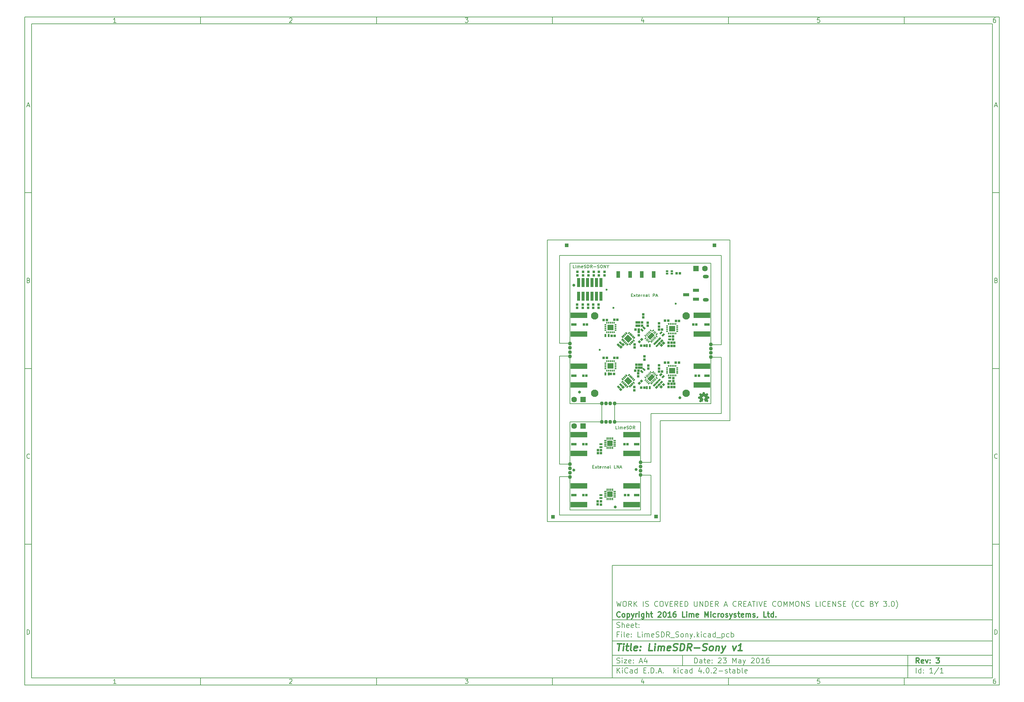
<source format=gts>
G04 #@! TF.FileFunction,Soldermask,Top*
%FSLAX46Y46*%
G04 Gerber Fmt 4.6, Leading zero omitted, Abs format (unit mm)*
G04 Created by KiCad (PCBNEW 4.0.2-stable) date 23/05/2016 22:28:53*
%MOMM*%
G01*
G04 APERTURE LIST*
%ADD10C,0.150000*%
%ADD11C,0.300000*%
%ADD12C,0.400000*%
%ADD13C,0.200000*%
%ADD14R,1.095680X1.095680*%
%ADD15C,0.800000*%
%ADD16C,1.100000*%
%ADD17C,2.100000*%
%ADD18R,4.796460X1.596060*%
%ADD19R,1.596060X0.798500*%
%ADD20R,0.693420X0.693420*%
%ADD21R,1.620000X1.620000*%
%ADD22R,0.440000X0.640000*%
%ADD23R,0.640000X0.440000*%
%ADD24C,0.470000*%
%ADD25R,1.616380X1.616380*%
%ADD26C,1.616380*%
%ADD27R,0.553720X0.855980*%
%ADD28R,0.855980X0.553720*%
%ADD29R,0.400000X0.600000*%
%ADD30R,0.600000X0.400000*%
%ADD31R,1.700000X1.500000*%
%ADD32R,0.551160X0.215880*%
%ADD33R,0.607040X0.215880*%
%ADD34R,0.662920X0.215880*%
%ADD35R,0.271760X0.215880*%
%ADD36R,0.327640X0.215880*%
%ADD37R,0.383520X0.215880*%
%ADD38R,0.439400X0.215880*%
%ADD39R,0.942320X0.215880*%
%ADD40R,1.221720X0.215880*%
%ADD41R,0.718800X0.215880*%
%ADD42R,2.562840X0.215880*%
%ADD43R,2.451080X0.215880*%
%ADD44R,2.339320X0.215880*%
%ADD45R,2.283440X0.215880*%
%ADD46R,2.227560X0.215880*%
%ADD47R,2.115800X0.215880*%
%ADD48R,1.109960X0.215880*%
%ADD49R,0.998200X0.215880*%
%ADD50R,1.054080X0.215880*%
%ADD51R,1.165840X0.215880*%
%ADD52R,1.277600X0.215880*%
%ADD53R,1.333480X0.215880*%
%ADD54R,0.886440X0.215880*%
%ADD55R,0.215880X0.215880*%
%ADD56R,0.495280X0.215880*%
%ADD57R,1.000000X1.900000*%
%ADD58O,1.700000X1.000000*%
%ADD59R,0.693420X0.642620*%
%ADD60C,0.600000*%
%ADD61R,0.840000X2.500000*%
%ADD62R,0.800000X0.500000*%
%ADD63R,1.800000X0.810000*%
G04 APERTURE END LIST*
D10*
X177002200Y-166007200D02*
X177002200Y-198007200D01*
X285002200Y-198007200D01*
X285002200Y-166007200D01*
X177002200Y-166007200D01*
X10000000Y-10000000D02*
X10000000Y-200007200D01*
X287002200Y-200007200D01*
X287002200Y-10000000D01*
X10000000Y-10000000D01*
X12000000Y-12000000D02*
X12000000Y-198007200D01*
X285002200Y-198007200D01*
X285002200Y-12000000D01*
X12000000Y-12000000D01*
X60000000Y-12000000D02*
X60000000Y-10000000D01*
X110000000Y-12000000D02*
X110000000Y-10000000D01*
X160000000Y-12000000D02*
X160000000Y-10000000D01*
X210000000Y-12000000D02*
X210000000Y-10000000D01*
X260000000Y-12000000D02*
X260000000Y-10000000D01*
X35990476Y-11588095D02*
X35247619Y-11588095D01*
X35619048Y-11588095D02*
X35619048Y-10288095D01*
X35495238Y-10473810D01*
X35371429Y-10597619D01*
X35247619Y-10659524D01*
X85247619Y-10411905D02*
X85309524Y-10350000D01*
X85433333Y-10288095D01*
X85742857Y-10288095D01*
X85866667Y-10350000D01*
X85928571Y-10411905D01*
X85990476Y-10535714D01*
X85990476Y-10659524D01*
X85928571Y-10845238D01*
X85185714Y-11588095D01*
X85990476Y-11588095D01*
X135185714Y-10288095D02*
X135990476Y-10288095D01*
X135557143Y-10783333D01*
X135742857Y-10783333D01*
X135866667Y-10845238D01*
X135928571Y-10907143D01*
X135990476Y-11030952D01*
X135990476Y-11340476D01*
X135928571Y-11464286D01*
X135866667Y-11526190D01*
X135742857Y-11588095D01*
X135371429Y-11588095D01*
X135247619Y-11526190D01*
X135185714Y-11464286D01*
X185866667Y-10721429D02*
X185866667Y-11588095D01*
X185557143Y-10226190D02*
X185247619Y-11154762D01*
X186052381Y-11154762D01*
X235928571Y-10288095D02*
X235309524Y-10288095D01*
X235247619Y-10907143D01*
X235309524Y-10845238D01*
X235433333Y-10783333D01*
X235742857Y-10783333D01*
X235866667Y-10845238D01*
X235928571Y-10907143D01*
X235990476Y-11030952D01*
X235990476Y-11340476D01*
X235928571Y-11464286D01*
X235866667Y-11526190D01*
X235742857Y-11588095D01*
X235433333Y-11588095D01*
X235309524Y-11526190D01*
X235247619Y-11464286D01*
X285866667Y-10288095D02*
X285619048Y-10288095D01*
X285495238Y-10350000D01*
X285433333Y-10411905D01*
X285309524Y-10597619D01*
X285247619Y-10845238D01*
X285247619Y-11340476D01*
X285309524Y-11464286D01*
X285371429Y-11526190D01*
X285495238Y-11588095D01*
X285742857Y-11588095D01*
X285866667Y-11526190D01*
X285928571Y-11464286D01*
X285990476Y-11340476D01*
X285990476Y-11030952D01*
X285928571Y-10907143D01*
X285866667Y-10845238D01*
X285742857Y-10783333D01*
X285495238Y-10783333D01*
X285371429Y-10845238D01*
X285309524Y-10907143D01*
X285247619Y-11030952D01*
X60000000Y-198007200D02*
X60000000Y-200007200D01*
X110000000Y-198007200D02*
X110000000Y-200007200D01*
X160000000Y-198007200D02*
X160000000Y-200007200D01*
X210000000Y-198007200D02*
X210000000Y-200007200D01*
X260000000Y-198007200D02*
X260000000Y-200007200D01*
X35990476Y-199595295D02*
X35247619Y-199595295D01*
X35619048Y-199595295D02*
X35619048Y-198295295D01*
X35495238Y-198481010D01*
X35371429Y-198604819D01*
X35247619Y-198666724D01*
X85247619Y-198419105D02*
X85309524Y-198357200D01*
X85433333Y-198295295D01*
X85742857Y-198295295D01*
X85866667Y-198357200D01*
X85928571Y-198419105D01*
X85990476Y-198542914D01*
X85990476Y-198666724D01*
X85928571Y-198852438D01*
X85185714Y-199595295D01*
X85990476Y-199595295D01*
X135185714Y-198295295D02*
X135990476Y-198295295D01*
X135557143Y-198790533D01*
X135742857Y-198790533D01*
X135866667Y-198852438D01*
X135928571Y-198914343D01*
X135990476Y-199038152D01*
X135990476Y-199347676D01*
X135928571Y-199471486D01*
X135866667Y-199533390D01*
X135742857Y-199595295D01*
X135371429Y-199595295D01*
X135247619Y-199533390D01*
X135185714Y-199471486D01*
X185866667Y-198728629D02*
X185866667Y-199595295D01*
X185557143Y-198233390D02*
X185247619Y-199161962D01*
X186052381Y-199161962D01*
X235928571Y-198295295D02*
X235309524Y-198295295D01*
X235247619Y-198914343D01*
X235309524Y-198852438D01*
X235433333Y-198790533D01*
X235742857Y-198790533D01*
X235866667Y-198852438D01*
X235928571Y-198914343D01*
X235990476Y-199038152D01*
X235990476Y-199347676D01*
X235928571Y-199471486D01*
X235866667Y-199533390D01*
X235742857Y-199595295D01*
X235433333Y-199595295D01*
X235309524Y-199533390D01*
X235247619Y-199471486D01*
X285866667Y-198295295D02*
X285619048Y-198295295D01*
X285495238Y-198357200D01*
X285433333Y-198419105D01*
X285309524Y-198604819D01*
X285247619Y-198852438D01*
X285247619Y-199347676D01*
X285309524Y-199471486D01*
X285371429Y-199533390D01*
X285495238Y-199595295D01*
X285742857Y-199595295D01*
X285866667Y-199533390D01*
X285928571Y-199471486D01*
X285990476Y-199347676D01*
X285990476Y-199038152D01*
X285928571Y-198914343D01*
X285866667Y-198852438D01*
X285742857Y-198790533D01*
X285495238Y-198790533D01*
X285371429Y-198852438D01*
X285309524Y-198914343D01*
X285247619Y-199038152D01*
X10000000Y-60000000D02*
X12000000Y-60000000D01*
X10000000Y-110000000D02*
X12000000Y-110000000D01*
X10000000Y-160000000D02*
X12000000Y-160000000D01*
X10690476Y-35216667D02*
X11309524Y-35216667D01*
X10566667Y-35588095D02*
X11000000Y-34288095D01*
X11433333Y-35588095D01*
X11092857Y-84907143D02*
X11278571Y-84969048D01*
X11340476Y-85030952D01*
X11402381Y-85154762D01*
X11402381Y-85340476D01*
X11340476Y-85464286D01*
X11278571Y-85526190D01*
X11154762Y-85588095D01*
X10659524Y-85588095D01*
X10659524Y-84288095D01*
X11092857Y-84288095D01*
X11216667Y-84350000D01*
X11278571Y-84411905D01*
X11340476Y-84535714D01*
X11340476Y-84659524D01*
X11278571Y-84783333D01*
X11216667Y-84845238D01*
X11092857Y-84907143D01*
X10659524Y-84907143D01*
X11402381Y-135464286D02*
X11340476Y-135526190D01*
X11154762Y-135588095D01*
X11030952Y-135588095D01*
X10845238Y-135526190D01*
X10721429Y-135402381D01*
X10659524Y-135278571D01*
X10597619Y-135030952D01*
X10597619Y-134845238D01*
X10659524Y-134597619D01*
X10721429Y-134473810D01*
X10845238Y-134350000D01*
X11030952Y-134288095D01*
X11154762Y-134288095D01*
X11340476Y-134350000D01*
X11402381Y-134411905D01*
X10659524Y-185588095D02*
X10659524Y-184288095D01*
X10969048Y-184288095D01*
X11154762Y-184350000D01*
X11278571Y-184473810D01*
X11340476Y-184597619D01*
X11402381Y-184845238D01*
X11402381Y-185030952D01*
X11340476Y-185278571D01*
X11278571Y-185402381D01*
X11154762Y-185526190D01*
X10969048Y-185588095D01*
X10659524Y-185588095D01*
X287002200Y-60000000D02*
X285002200Y-60000000D01*
X287002200Y-110000000D02*
X285002200Y-110000000D01*
X287002200Y-160000000D02*
X285002200Y-160000000D01*
X285692676Y-35216667D02*
X286311724Y-35216667D01*
X285568867Y-35588095D02*
X286002200Y-34288095D01*
X286435533Y-35588095D01*
X286095057Y-84907143D02*
X286280771Y-84969048D01*
X286342676Y-85030952D01*
X286404581Y-85154762D01*
X286404581Y-85340476D01*
X286342676Y-85464286D01*
X286280771Y-85526190D01*
X286156962Y-85588095D01*
X285661724Y-85588095D01*
X285661724Y-84288095D01*
X286095057Y-84288095D01*
X286218867Y-84350000D01*
X286280771Y-84411905D01*
X286342676Y-84535714D01*
X286342676Y-84659524D01*
X286280771Y-84783333D01*
X286218867Y-84845238D01*
X286095057Y-84907143D01*
X285661724Y-84907143D01*
X286404581Y-135464286D02*
X286342676Y-135526190D01*
X286156962Y-135588095D01*
X286033152Y-135588095D01*
X285847438Y-135526190D01*
X285723629Y-135402381D01*
X285661724Y-135278571D01*
X285599819Y-135030952D01*
X285599819Y-134845238D01*
X285661724Y-134597619D01*
X285723629Y-134473810D01*
X285847438Y-134350000D01*
X286033152Y-134288095D01*
X286156962Y-134288095D01*
X286342676Y-134350000D01*
X286404581Y-134411905D01*
X285661724Y-185588095D02*
X285661724Y-184288095D01*
X285971248Y-184288095D01*
X286156962Y-184350000D01*
X286280771Y-184473810D01*
X286342676Y-184597619D01*
X286404581Y-184845238D01*
X286404581Y-185030952D01*
X286342676Y-185278571D01*
X286280771Y-185402381D01*
X286156962Y-185526190D01*
X285971248Y-185588095D01*
X285661724Y-185588095D01*
X200359343Y-193785771D02*
X200359343Y-192285771D01*
X200716486Y-192285771D01*
X200930771Y-192357200D01*
X201073629Y-192500057D01*
X201145057Y-192642914D01*
X201216486Y-192928629D01*
X201216486Y-193142914D01*
X201145057Y-193428629D01*
X201073629Y-193571486D01*
X200930771Y-193714343D01*
X200716486Y-193785771D01*
X200359343Y-193785771D01*
X202502200Y-193785771D02*
X202502200Y-193000057D01*
X202430771Y-192857200D01*
X202287914Y-192785771D01*
X202002200Y-192785771D01*
X201859343Y-192857200D01*
X202502200Y-193714343D02*
X202359343Y-193785771D01*
X202002200Y-193785771D01*
X201859343Y-193714343D01*
X201787914Y-193571486D01*
X201787914Y-193428629D01*
X201859343Y-193285771D01*
X202002200Y-193214343D01*
X202359343Y-193214343D01*
X202502200Y-193142914D01*
X203002200Y-192785771D02*
X203573629Y-192785771D01*
X203216486Y-192285771D02*
X203216486Y-193571486D01*
X203287914Y-193714343D01*
X203430772Y-193785771D01*
X203573629Y-193785771D01*
X204645057Y-193714343D02*
X204502200Y-193785771D01*
X204216486Y-193785771D01*
X204073629Y-193714343D01*
X204002200Y-193571486D01*
X204002200Y-193000057D01*
X204073629Y-192857200D01*
X204216486Y-192785771D01*
X204502200Y-192785771D01*
X204645057Y-192857200D01*
X204716486Y-193000057D01*
X204716486Y-193142914D01*
X204002200Y-193285771D01*
X205359343Y-193642914D02*
X205430771Y-193714343D01*
X205359343Y-193785771D01*
X205287914Y-193714343D01*
X205359343Y-193642914D01*
X205359343Y-193785771D01*
X205359343Y-192857200D02*
X205430771Y-192928629D01*
X205359343Y-193000057D01*
X205287914Y-192928629D01*
X205359343Y-192857200D01*
X205359343Y-193000057D01*
X207145057Y-192428629D02*
X207216486Y-192357200D01*
X207359343Y-192285771D01*
X207716486Y-192285771D01*
X207859343Y-192357200D01*
X207930772Y-192428629D01*
X208002200Y-192571486D01*
X208002200Y-192714343D01*
X207930772Y-192928629D01*
X207073629Y-193785771D01*
X208002200Y-193785771D01*
X208502200Y-192285771D02*
X209430771Y-192285771D01*
X208930771Y-192857200D01*
X209145057Y-192857200D01*
X209287914Y-192928629D01*
X209359343Y-193000057D01*
X209430771Y-193142914D01*
X209430771Y-193500057D01*
X209359343Y-193642914D01*
X209287914Y-193714343D01*
X209145057Y-193785771D01*
X208716485Y-193785771D01*
X208573628Y-193714343D01*
X208502200Y-193642914D01*
X211216485Y-193785771D02*
X211216485Y-192285771D01*
X211716485Y-193357200D01*
X212216485Y-192285771D01*
X212216485Y-193785771D01*
X213573628Y-193785771D02*
X213573628Y-193000057D01*
X213502199Y-192857200D01*
X213359342Y-192785771D01*
X213073628Y-192785771D01*
X212930771Y-192857200D01*
X213573628Y-193714343D02*
X213430771Y-193785771D01*
X213073628Y-193785771D01*
X212930771Y-193714343D01*
X212859342Y-193571486D01*
X212859342Y-193428629D01*
X212930771Y-193285771D01*
X213073628Y-193214343D01*
X213430771Y-193214343D01*
X213573628Y-193142914D01*
X214145057Y-192785771D02*
X214502200Y-193785771D01*
X214859342Y-192785771D02*
X214502200Y-193785771D01*
X214359342Y-194142914D01*
X214287914Y-194214343D01*
X214145057Y-194285771D01*
X216502199Y-192428629D02*
X216573628Y-192357200D01*
X216716485Y-192285771D01*
X217073628Y-192285771D01*
X217216485Y-192357200D01*
X217287914Y-192428629D01*
X217359342Y-192571486D01*
X217359342Y-192714343D01*
X217287914Y-192928629D01*
X216430771Y-193785771D01*
X217359342Y-193785771D01*
X218287913Y-192285771D02*
X218430770Y-192285771D01*
X218573627Y-192357200D01*
X218645056Y-192428629D01*
X218716485Y-192571486D01*
X218787913Y-192857200D01*
X218787913Y-193214343D01*
X218716485Y-193500057D01*
X218645056Y-193642914D01*
X218573627Y-193714343D01*
X218430770Y-193785771D01*
X218287913Y-193785771D01*
X218145056Y-193714343D01*
X218073627Y-193642914D01*
X218002199Y-193500057D01*
X217930770Y-193214343D01*
X217930770Y-192857200D01*
X218002199Y-192571486D01*
X218073627Y-192428629D01*
X218145056Y-192357200D01*
X218287913Y-192285771D01*
X220216484Y-193785771D02*
X219359341Y-193785771D01*
X219787913Y-193785771D02*
X219787913Y-192285771D01*
X219645056Y-192500057D01*
X219502198Y-192642914D01*
X219359341Y-192714343D01*
X221502198Y-192285771D02*
X221216484Y-192285771D01*
X221073627Y-192357200D01*
X221002198Y-192428629D01*
X220859341Y-192642914D01*
X220787912Y-192928629D01*
X220787912Y-193500057D01*
X220859341Y-193642914D01*
X220930769Y-193714343D01*
X221073627Y-193785771D01*
X221359341Y-193785771D01*
X221502198Y-193714343D01*
X221573627Y-193642914D01*
X221645055Y-193500057D01*
X221645055Y-193142914D01*
X221573627Y-193000057D01*
X221502198Y-192928629D01*
X221359341Y-192857200D01*
X221073627Y-192857200D01*
X220930769Y-192928629D01*
X220859341Y-193000057D01*
X220787912Y-193142914D01*
X177002200Y-194507200D02*
X285002200Y-194507200D01*
X178359343Y-196585771D02*
X178359343Y-195085771D01*
X179216486Y-196585771D02*
X178573629Y-195728629D01*
X179216486Y-195085771D02*
X178359343Y-195942914D01*
X179859343Y-196585771D02*
X179859343Y-195585771D01*
X179859343Y-195085771D02*
X179787914Y-195157200D01*
X179859343Y-195228629D01*
X179930771Y-195157200D01*
X179859343Y-195085771D01*
X179859343Y-195228629D01*
X181430772Y-196442914D02*
X181359343Y-196514343D01*
X181145057Y-196585771D01*
X181002200Y-196585771D01*
X180787915Y-196514343D01*
X180645057Y-196371486D01*
X180573629Y-196228629D01*
X180502200Y-195942914D01*
X180502200Y-195728629D01*
X180573629Y-195442914D01*
X180645057Y-195300057D01*
X180787915Y-195157200D01*
X181002200Y-195085771D01*
X181145057Y-195085771D01*
X181359343Y-195157200D01*
X181430772Y-195228629D01*
X182716486Y-196585771D02*
X182716486Y-195800057D01*
X182645057Y-195657200D01*
X182502200Y-195585771D01*
X182216486Y-195585771D01*
X182073629Y-195657200D01*
X182716486Y-196514343D02*
X182573629Y-196585771D01*
X182216486Y-196585771D01*
X182073629Y-196514343D01*
X182002200Y-196371486D01*
X182002200Y-196228629D01*
X182073629Y-196085771D01*
X182216486Y-196014343D01*
X182573629Y-196014343D01*
X182716486Y-195942914D01*
X184073629Y-196585771D02*
X184073629Y-195085771D01*
X184073629Y-196514343D02*
X183930772Y-196585771D01*
X183645058Y-196585771D01*
X183502200Y-196514343D01*
X183430772Y-196442914D01*
X183359343Y-196300057D01*
X183359343Y-195871486D01*
X183430772Y-195728629D01*
X183502200Y-195657200D01*
X183645058Y-195585771D01*
X183930772Y-195585771D01*
X184073629Y-195657200D01*
X185930772Y-195800057D02*
X186430772Y-195800057D01*
X186645058Y-196585771D02*
X185930772Y-196585771D01*
X185930772Y-195085771D01*
X186645058Y-195085771D01*
X187287915Y-196442914D02*
X187359343Y-196514343D01*
X187287915Y-196585771D01*
X187216486Y-196514343D01*
X187287915Y-196442914D01*
X187287915Y-196585771D01*
X188002201Y-196585771D02*
X188002201Y-195085771D01*
X188359344Y-195085771D01*
X188573629Y-195157200D01*
X188716487Y-195300057D01*
X188787915Y-195442914D01*
X188859344Y-195728629D01*
X188859344Y-195942914D01*
X188787915Y-196228629D01*
X188716487Y-196371486D01*
X188573629Y-196514343D01*
X188359344Y-196585771D01*
X188002201Y-196585771D01*
X189502201Y-196442914D02*
X189573629Y-196514343D01*
X189502201Y-196585771D01*
X189430772Y-196514343D01*
X189502201Y-196442914D01*
X189502201Y-196585771D01*
X190145058Y-196157200D02*
X190859344Y-196157200D01*
X190002201Y-196585771D02*
X190502201Y-195085771D01*
X191002201Y-196585771D01*
X191502201Y-196442914D02*
X191573629Y-196514343D01*
X191502201Y-196585771D01*
X191430772Y-196514343D01*
X191502201Y-196442914D01*
X191502201Y-196585771D01*
X194502201Y-196585771D02*
X194502201Y-195085771D01*
X194645058Y-196014343D02*
X195073629Y-196585771D01*
X195073629Y-195585771D02*
X194502201Y-196157200D01*
X195716487Y-196585771D02*
X195716487Y-195585771D01*
X195716487Y-195085771D02*
X195645058Y-195157200D01*
X195716487Y-195228629D01*
X195787915Y-195157200D01*
X195716487Y-195085771D01*
X195716487Y-195228629D01*
X197073630Y-196514343D02*
X196930773Y-196585771D01*
X196645059Y-196585771D01*
X196502201Y-196514343D01*
X196430773Y-196442914D01*
X196359344Y-196300057D01*
X196359344Y-195871486D01*
X196430773Y-195728629D01*
X196502201Y-195657200D01*
X196645059Y-195585771D01*
X196930773Y-195585771D01*
X197073630Y-195657200D01*
X198359344Y-196585771D02*
X198359344Y-195800057D01*
X198287915Y-195657200D01*
X198145058Y-195585771D01*
X197859344Y-195585771D01*
X197716487Y-195657200D01*
X198359344Y-196514343D02*
X198216487Y-196585771D01*
X197859344Y-196585771D01*
X197716487Y-196514343D01*
X197645058Y-196371486D01*
X197645058Y-196228629D01*
X197716487Y-196085771D01*
X197859344Y-196014343D01*
X198216487Y-196014343D01*
X198359344Y-195942914D01*
X199716487Y-196585771D02*
X199716487Y-195085771D01*
X199716487Y-196514343D02*
X199573630Y-196585771D01*
X199287916Y-196585771D01*
X199145058Y-196514343D01*
X199073630Y-196442914D01*
X199002201Y-196300057D01*
X199002201Y-195871486D01*
X199073630Y-195728629D01*
X199145058Y-195657200D01*
X199287916Y-195585771D01*
X199573630Y-195585771D01*
X199716487Y-195657200D01*
X202216487Y-195585771D02*
X202216487Y-196585771D01*
X201859344Y-195014343D02*
X201502201Y-196085771D01*
X202430773Y-196085771D01*
X203002201Y-196442914D02*
X203073629Y-196514343D01*
X203002201Y-196585771D01*
X202930772Y-196514343D01*
X203002201Y-196442914D01*
X203002201Y-196585771D01*
X204002201Y-195085771D02*
X204145058Y-195085771D01*
X204287915Y-195157200D01*
X204359344Y-195228629D01*
X204430773Y-195371486D01*
X204502201Y-195657200D01*
X204502201Y-196014343D01*
X204430773Y-196300057D01*
X204359344Y-196442914D01*
X204287915Y-196514343D01*
X204145058Y-196585771D01*
X204002201Y-196585771D01*
X203859344Y-196514343D01*
X203787915Y-196442914D01*
X203716487Y-196300057D01*
X203645058Y-196014343D01*
X203645058Y-195657200D01*
X203716487Y-195371486D01*
X203787915Y-195228629D01*
X203859344Y-195157200D01*
X204002201Y-195085771D01*
X205145058Y-196442914D02*
X205216486Y-196514343D01*
X205145058Y-196585771D01*
X205073629Y-196514343D01*
X205145058Y-196442914D01*
X205145058Y-196585771D01*
X205787915Y-195228629D02*
X205859344Y-195157200D01*
X206002201Y-195085771D01*
X206359344Y-195085771D01*
X206502201Y-195157200D01*
X206573630Y-195228629D01*
X206645058Y-195371486D01*
X206645058Y-195514343D01*
X206573630Y-195728629D01*
X205716487Y-196585771D01*
X206645058Y-196585771D01*
X207287915Y-196014343D02*
X208430772Y-196014343D01*
X209073629Y-196514343D02*
X209216486Y-196585771D01*
X209502201Y-196585771D01*
X209645058Y-196514343D01*
X209716486Y-196371486D01*
X209716486Y-196300057D01*
X209645058Y-196157200D01*
X209502201Y-196085771D01*
X209287915Y-196085771D01*
X209145058Y-196014343D01*
X209073629Y-195871486D01*
X209073629Y-195800057D01*
X209145058Y-195657200D01*
X209287915Y-195585771D01*
X209502201Y-195585771D01*
X209645058Y-195657200D01*
X210145058Y-195585771D02*
X210716487Y-195585771D01*
X210359344Y-195085771D02*
X210359344Y-196371486D01*
X210430772Y-196514343D01*
X210573630Y-196585771D01*
X210716487Y-196585771D01*
X211859344Y-196585771D02*
X211859344Y-195800057D01*
X211787915Y-195657200D01*
X211645058Y-195585771D01*
X211359344Y-195585771D01*
X211216487Y-195657200D01*
X211859344Y-196514343D02*
X211716487Y-196585771D01*
X211359344Y-196585771D01*
X211216487Y-196514343D01*
X211145058Y-196371486D01*
X211145058Y-196228629D01*
X211216487Y-196085771D01*
X211359344Y-196014343D01*
X211716487Y-196014343D01*
X211859344Y-195942914D01*
X212573630Y-196585771D02*
X212573630Y-195085771D01*
X212573630Y-195657200D02*
X212716487Y-195585771D01*
X213002201Y-195585771D01*
X213145058Y-195657200D01*
X213216487Y-195728629D01*
X213287916Y-195871486D01*
X213287916Y-196300057D01*
X213216487Y-196442914D01*
X213145058Y-196514343D01*
X213002201Y-196585771D01*
X212716487Y-196585771D01*
X212573630Y-196514343D01*
X214145059Y-196585771D02*
X214002201Y-196514343D01*
X213930773Y-196371486D01*
X213930773Y-195085771D01*
X215287915Y-196514343D02*
X215145058Y-196585771D01*
X214859344Y-196585771D01*
X214716487Y-196514343D01*
X214645058Y-196371486D01*
X214645058Y-195800057D01*
X214716487Y-195657200D01*
X214859344Y-195585771D01*
X215145058Y-195585771D01*
X215287915Y-195657200D01*
X215359344Y-195800057D01*
X215359344Y-195942914D01*
X214645058Y-196085771D01*
X177002200Y-191507200D02*
X285002200Y-191507200D01*
D11*
X264216486Y-193785771D02*
X263716486Y-193071486D01*
X263359343Y-193785771D02*
X263359343Y-192285771D01*
X263930771Y-192285771D01*
X264073629Y-192357200D01*
X264145057Y-192428629D01*
X264216486Y-192571486D01*
X264216486Y-192785771D01*
X264145057Y-192928629D01*
X264073629Y-193000057D01*
X263930771Y-193071486D01*
X263359343Y-193071486D01*
X265430771Y-193714343D02*
X265287914Y-193785771D01*
X265002200Y-193785771D01*
X264859343Y-193714343D01*
X264787914Y-193571486D01*
X264787914Y-193000057D01*
X264859343Y-192857200D01*
X265002200Y-192785771D01*
X265287914Y-192785771D01*
X265430771Y-192857200D01*
X265502200Y-193000057D01*
X265502200Y-193142914D01*
X264787914Y-193285771D01*
X266002200Y-192785771D02*
X266359343Y-193785771D01*
X266716485Y-192785771D01*
X267287914Y-193642914D02*
X267359342Y-193714343D01*
X267287914Y-193785771D01*
X267216485Y-193714343D01*
X267287914Y-193642914D01*
X267287914Y-193785771D01*
X267287914Y-192857200D02*
X267359342Y-192928629D01*
X267287914Y-193000057D01*
X267216485Y-192928629D01*
X267287914Y-192857200D01*
X267287914Y-193000057D01*
X269002200Y-192285771D02*
X269930771Y-192285771D01*
X269430771Y-192857200D01*
X269645057Y-192857200D01*
X269787914Y-192928629D01*
X269859343Y-193000057D01*
X269930771Y-193142914D01*
X269930771Y-193500057D01*
X269859343Y-193642914D01*
X269787914Y-193714343D01*
X269645057Y-193785771D01*
X269216485Y-193785771D01*
X269073628Y-193714343D01*
X269002200Y-193642914D01*
D10*
X178287914Y-193714343D02*
X178502200Y-193785771D01*
X178859343Y-193785771D01*
X179002200Y-193714343D01*
X179073629Y-193642914D01*
X179145057Y-193500057D01*
X179145057Y-193357200D01*
X179073629Y-193214343D01*
X179002200Y-193142914D01*
X178859343Y-193071486D01*
X178573629Y-193000057D01*
X178430771Y-192928629D01*
X178359343Y-192857200D01*
X178287914Y-192714343D01*
X178287914Y-192571486D01*
X178359343Y-192428629D01*
X178430771Y-192357200D01*
X178573629Y-192285771D01*
X178930771Y-192285771D01*
X179145057Y-192357200D01*
X179787914Y-193785771D02*
X179787914Y-192785771D01*
X179787914Y-192285771D02*
X179716485Y-192357200D01*
X179787914Y-192428629D01*
X179859342Y-192357200D01*
X179787914Y-192285771D01*
X179787914Y-192428629D01*
X180359343Y-192785771D02*
X181145057Y-192785771D01*
X180359343Y-193785771D01*
X181145057Y-193785771D01*
X182287914Y-193714343D02*
X182145057Y-193785771D01*
X181859343Y-193785771D01*
X181716486Y-193714343D01*
X181645057Y-193571486D01*
X181645057Y-193000057D01*
X181716486Y-192857200D01*
X181859343Y-192785771D01*
X182145057Y-192785771D01*
X182287914Y-192857200D01*
X182359343Y-193000057D01*
X182359343Y-193142914D01*
X181645057Y-193285771D01*
X183002200Y-193642914D02*
X183073628Y-193714343D01*
X183002200Y-193785771D01*
X182930771Y-193714343D01*
X183002200Y-193642914D01*
X183002200Y-193785771D01*
X183002200Y-192857200D02*
X183073628Y-192928629D01*
X183002200Y-193000057D01*
X182930771Y-192928629D01*
X183002200Y-192857200D01*
X183002200Y-193000057D01*
X184787914Y-193357200D02*
X185502200Y-193357200D01*
X184645057Y-193785771D02*
X185145057Y-192285771D01*
X185645057Y-193785771D01*
X186787914Y-192785771D02*
X186787914Y-193785771D01*
X186430771Y-192214343D02*
X186073628Y-193285771D01*
X187002200Y-193285771D01*
X263359343Y-196585771D02*
X263359343Y-195085771D01*
X264716486Y-196585771D02*
X264716486Y-195085771D01*
X264716486Y-196514343D02*
X264573629Y-196585771D01*
X264287915Y-196585771D01*
X264145057Y-196514343D01*
X264073629Y-196442914D01*
X264002200Y-196300057D01*
X264002200Y-195871486D01*
X264073629Y-195728629D01*
X264145057Y-195657200D01*
X264287915Y-195585771D01*
X264573629Y-195585771D01*
X264716486Y-195657200D01*
X265430772Y-196442914D02*
X265502200Y-196514343D01*
X265430772Y-196585771D01*
X265359343Y-196514343D01*
X265430772Y-196442914D01*
X265430772Y-196585771D01*
X265430772Y-195657200D02*
X265502200Y-195728629D01*
X265430772Y-195800057D01*
X265359343Y-195728629D01*
X265430772Y-195657200D01*
X265430772Y-195800057D01*
X268073629Y-196585771D02*
X267216486Y-196585771D01*
X267645058Y-196585771D02*
X267645058Y-195085771D01*
X267502201Y-195300057D01*
X267359343Y-195442914D01*
X267216486Y-195514343D01*
X269787914Y-195014343D02*
X268502200Y-196942914D01*
X271073629Y-196585771D02*
X270216486Y-196585771D01*
X270645058Y-196585771D02*
X270645058Y-195085771D01*
X270502201Y-195300057D01*
X270359343Y-195442914D01*
X270216486Y-195514343D01*
X177002200Y-187507200D02*
X285002200Y-187507200D01*
D12*
X178454581Y-188211962D02*
X179597438Y-188211962D01*
X178776010Y-190211962D02*
X179026010Y-188211962D01*
X180014105Y-190211962D02*
X180180771Y-188878629D01*
X180264105Y-188211962D02*
X180156962Y-188307200D01*
X180240295Y-188402438D01*
X180347439Y-188307200D01*
X180264105Y-188211962D01*
X180240295Y-188402438D01*
X180847438Y-188878629D02*
X181609343Y-188878629D01*
X181216486Y-188211962D02*
X181002200Y-189926248D01*
X181073630Y-190116724D01*
X181252201Y-190211962D01*
X181442677Y-190211962D01*
X182395058Y-190211962D02*
X182216487Y-190116724D01*
X182145057Y-189926248D01*
X182359343Y-188211962D01*
X183930772Y-190116724D02*
X183728391Y-190211962D01*
X183347439Y-190211962D01*
X183168867Y-190116724D01*
X183097438Y-189926248D01*
X183192676Y-189164343D01*
X183311724Y-188973867D01*
X183514105Y-188878629D01*
X183895057Y-188878629D01*
X184073629Y-188973867D01*
X184145057Y-189164343D01*
X184121248Y-189354819D01*
X183145057Y-189545295D01*
X184895057Y-190021486D02*
X184978392Y-190116724D01*
X184871248Y-190211962D01*
X184787915Y-190116724D01*
X184895057Y-190021486D01*
X184871248Y-190211962D01*
X185026010Y-188973867D02*
X185109344Y-189069105D01*
X185002200Y-189164343D01*
X184918867Y-189069105D01*
X185026010Y-188973867D01*
X185002200Y-189164343D01*
X188299820Y-190211962D02*
X187347439Y-190211962D01*
X187597439Y-188211962D01*
X188966487Y-190211962D02*
X189133153Y-188878629D01*
X189216487Y-188211962D02*
X189109344Y-188307200D01*
X189192677Y-188402438D01*
X189299821Y-188307200D01*
X189216487Y-188211962D01*
X189192677Y-188402438D01*
X189918868Y-190211962D02*
X190085534Y-188878629D01*
X190061725Y-189069105D02*
X190168869Y-188973867D01*
X190371249Y-188878629D01*
X190656963Y-188878629D01*
X190835535Y-188973867D01*
X190906963Y-189164343D01*
X190776011Y-190211962D01*
X190906963Y-189164343D02*
X191026011Y-188973867D01*
X191228392Y-188878629D01*
X191514106Y-188878629D01*
X191692678Y-188973867D01*
X191764106Y-189164343D01*
X191633154Y-190211962D01*
X193359345Y-190116724D02*
X193156964Y-190211962D01*
X192776012Y-190211962D01*
X192597440Y-190116724D01*
X192526011Y-189926248D01*
X192621249Y-189164343D01*
X192740297Y-188973867D01*
X192942678Y-188878629D01*
X193323630Y-188878629D01*
X193502202Y-188973867D01*
X193573630Y-189164343D01*
X193549821Y-189354819D01*
X192573630Y-189545295D01*
X194216488Y-190116724D02*
X194490298Y-190211962D01*
X194966488Y-190211962D01*
X195168869Y-190116724D01*
X195276011Y-190021486D01*
X195395060Y-189831010D01*
X195418869Y-189640533D01*
X195347440Y-189450057D01*
X195264107Y-189354819D01*
X195085535Y-189259581D01*
X194716488Y-189164343D01*
X194537917Y-189069105D01*
X194454583Y-188973867D01*
X194383154Y-188783390D01*
X194406964Y-188592914D01*
X194526011Y-188402438D01*
X194633155Y-188307200D01*
X194835536Y-188211962D01*
X195311726Y-188211962D01*
X195585536Y-188307200D01*
X196204583Y-190211962D02*
X196454583Y-188211962D01*
X196930774Y-188211962D01*
X197204583Y-188307200D01*
X197371250Y-188497676D01*
X197442679Y-188688152D01*
X197490298Y-189069105D01*
X197454584Y-189354819D01*
X197311727Y-189735771D01*
X197192678Y-189926248D01*
X196978393Y-190116724D01*
X196680774Y-190211962D01*
X196204583Y-190211962D01*
X199347441Y-190211962D02*
X198799821Y-189259581D01*
X198204583Y-190211962D02*
X198454583Y-188211962D01*
X199216488Y-188211962D01*
X199395059Y-188307200D01*
X199478393Y-188402438D01*
X199549822Y-188592914D01*
X199514107Y-188878629D01*
X199395060Y-189069105D01*
X199287916Y-189164343D01*
X199085535Y-189259581D01*
X198323630Y-189259581D01*
X200299821Y-189450057D02*
X201823631Y-189450057D01*
X202597440Y-190116724D02*
X202871250Y-190211962D01*
X203347440Y-190211962D01*
X203549821Y-190116724D01*
X203656963Y-190021486D01*
X203776012Y-189831010D01*
X203799821Y-189640533D01*
X203728392Y-189450057D01*
X203645059Y-189354819D01*
X203466487Y-189259581D01*
X203097440Y-189164343D01*
X202918869Y-189069105D01*
X202835535Y-188973867D01*
X202764106Y-188783390D01*
X202787916Y-188592914D01*
X202906963Y-188402438D01*
X203014107Y-188307200D01*
X203216488Y-188211962D01*
X203692678Y-188211962D01*
X203966488Y-188307200D01*
X204871250Y-190211962D02*
X204692679Y-190116724D01*
X204609344Y-190021486D01*
X204537916Y-189831010D01*
X204609344Y-189259581D01*
X204728392Y-189069105D01*
X204835536Y-188973867D01*
X205037916Y-188878629D01*
X205323630Y-188878629D01*
X205502202Y-188973867D01*
X205585535Y-189069105D01*
X205656963Y-189259581D01*
X205585535Y-189831010D01*
X205466487Y-190021486D01*
X205359345Y-190116724D01*
X205156964Y-190211962D01*
X204871250Y-190211962D01*
X206561725Y-188878629D02*
X206395059Y-190211962D01*
X206537916Y-189069105D02*
X206645060Y-188973867D01*
X206847440Y-188878629D01*
X207133154Y-188878629D01*
X207311726Y-188973867D01*
X207383154Y-189164343D01*
X207252202Y-190211962D01*
X208180773Y-188878629D02*
X208490298Y-190211962D01*
X209133154Y-188878629D02*
X208490298Y-190211962D01*
X208240298Y-190688152D01*
X208133154Y-190783390D01*
X207930773Y-190878629D01*
X211228393Y-188878629D02*
X211537918Y-190211962D01*
X212180774Y-188878629D01*
X213823633Y-190211962D02*
X212680775Y-190211962D01*
X213252204Y-190211962D02*
X213502204Y-188211962D01*
X213276014Y-188497676D01*
X213061728Y-188688152D01*
X212859346Y-188783390D01*
D10*
X178859343Y-185600057D02*
X178359343Y-185600057D01*
X178359343Y-186385771D02*
X178359343Y-184885771D01*
X179073629Y-184885771D01*
X179645057Y-186385771D02*
X179645057Y-185385771D01*
X179645057Y-184885771D02*
X179573628Y-184957200D01*
X179645057Y-185028629D01*
X179716485Y-184957200D01*
X179645057Y-184885771D01*
X179645057Y-185028629D01*
X180573629Y-186385771D02*
X180430771Y-186314343D01*
X180359343Y-186171486D01*
X180359343Y-184885771D01*
X181716485Y-186314343D02*
X181573628Y-186385771D01*
X181287914Y-186385771D01*
X181145057Y-186314343D01*
X181073628Y-186171486D01*
X181073628Y-185600057D01*
X181145057Y-185457200D01*
X181287914Y-185385771D01*
X181573628Y-185385771D01*
X181716485Y-185457200D01*
X181787914Y-185600057D01*
X181787914Y-185742914D01*
X181073628Y-185885771D01*
X182430771Y-186242914D02*
X182502199Y-186314343D01*
X182430771Y-186385771D01*
X182359342Y-186314343D01*
X182430771Y-186242914D01*
X182430771Y-186385771D01*
X182430771Y-185457200D02*
X182502199Y-185528629D01*
X182430771Y-185600057D01*
X182359342Y-185528629D01*
X182430771Y-185457200D01*
X182430771Y-185600057D01*
X185002200Y-186385771D02*
X184287914Y-186385771D01*
X184287914Y-184885771D01*
X185502200Y-186385771D02*
X185502200Y-185385771D01*
X185502200Y-184885771D02*
X185430771Y-184957200D01*
X185502200Y-185028629D01*
X185573628Y-184957200D01*
X185502200Y-184885771D01*
X185502200Y-185028629D01*
X186216486Y-186385771D02*
X186216486Y-185385771D01*
X186216486Y-185528629D02*
X186287914Y-185457200D01*
X186430772Y-185385771D01*
X186645057Y-185385771D01*
X186787914Y-185457200D01*
X186859343Y-185600057D01*
X186859343Y-186385771D01*
X186859343Y-185600057D02*
X186930772Y-185457200D01*
X187073629Y-185385771D01*
X187287914Y-185385771D01*
X187430772Y-185457200D01*
X187502200Y-185600057D01*
X187502200Y-186385771D01*
X188787914Y-186314343D02*
X188645057Y-186385771D01*
X188359343Y-186385771D01*
X188216486Y-186314343D01*
X188145057Y-186171486D01*
X188145057Y-185600057D01*
X188216486Y-185457200D01*
X188359343Y-185385771D01*
X188645057Y-185385771D01*
X188787914Y-185457200D01*
X188859343Y-185600057D01*
X188859343Y-185742914D01*
X188145057Y-185885771D01*
X189430771Y-186314343D02*
X189645057Y-186385771D01*
X190002200Y-186385771D01*
X190145057Y-186314343D01*
X190216486Y-186242914D01*
X190287914Y-186100057D01*
X190287914Y-185957200D01*
X190216486Y-185814343D01*
X190145057Y-185742914D01*
X190002200Y-185671486D01*
X189716486Y-185600057D01*
X189573628Y-185528629D01*
X189502200Y-185457200D01*
X189430771Y-185314343D01*
X189430771Y-185171486D01*
X189502200Y-185028629D01*
X189573628Y-184957200D01*
X189716486Y-184885771D01*
X190073628Y-184885771D01*
X190287914Y-184957200D01*
X190930771Y-186385771D02*
X190930771Y-184885771D01*
X191287914Y-184885771D01*
X191502199Y-184957200D01*
X191645057Y-185100057D01*
X191716485Y-185242914D01*
X191787914Y-185528629D01*
X191787914Y-185742914D01*
X191716485Y-186028629D01*
X191645057Y-186171486D01*
X191502199Y-186314343D01*
X191287914Y-186385771D01*
X190930771Y-186385771D01*
X193287914Y-186385771D02*
X192787914Y-185671486D01*
X192430771Y-186385771D02*
X192430771Y-184885771D01*
X193002199Y-184885771D01*
X193145057Y-184957200D01*
X193216485Y-185028629D01*
X193287914Y-185171486D01*
X193287914Y-185385771D01*
X193216485Y-185528629D01*
X193145057Y-185600057D01*
X193002199Y-185671486D01*
X192430771Y-185671486D01*
X193573628Y-186528629D02*
X194716485Y-186528629D01*
X195002199Y-186314343D02*
X195216485Y-186385771D01*
X195573628Y-186385771D01*
X195716485Y-186314343D01*
X195787914Y-186242914D01*
X195859342Y-186100057D01*
X195859342Y-185957200D01*
X195787914Y-185814343D01*
X195716485Y-185742914D01*
X195573628Y-185671486D01*
X195287914Y-185600057D01*
X195145056Y-185528629D01*
X195073628Y-185457200D01*
X195002199Y-185314343D01*
X195002199Y-185171486D01*
X195073628Y-185028629D01*
X195145056Y-184957200D01*
X195287914Y-184885771D01*
X195645056Y-184885771D01*
X195859342Y-184957200D01*
X196716485Y-186385771D02*
X196573627Y-186314343D01*
X196502199Y-186242914D01*
X196430770Y-186100057D01*
X196430770Y-185671486D01*
X196502199Y-185528629D01*
X196573627Y-185457200D01*
X196716485Y-185385771D01*
X196930770Y-185385771D01*
X197073627Y-185457200D01*
X197145056Y-185528629D01*
X197216485Y-185671486D01*
X197216485Y-186100057D01*
X197145056Y-186242914D01*
X197073627Y-186314343D01*
X196930770Y-186385771D01*
X196716485Y-186385771D01*
X197859342Y-185385771D02*
X197859342Y-186385771D01*
X197859342Y-185528629D02*
X197930770Y-185457200D01*
X198073628Y-185385771D01*
X198287913Y-185385771D01*
X198430770Y-185457200D01*
X198502199Y-185600057D01*
X198502199Y-186385771D01*
X199073628Y-185385771D02*
X199430771Y-186385771D01*
X199787913Y-185385771D02*
X199430771Y-186385771D01*
X199287913Y-186742914D01*
X199216485Y-186814343D01*
X199073628Y-186885771D01*
X200359342Y-186242914D02*
X200430770Y-186314343D01*
X200359342Y-186385771D01*
X200287913Y-186314343D01*
X200359342Y-186242914D01*
X200359342Y-186385771D01*
X201073628Y-186385771D02*
X201073628Y-184885771D01*
X201216485Y-185814343D02*
X201645056Y-186385771D01*
X201645056Y-185385771D02*
X201073628Y-185957200D01*
X202287914Y-186385771D02*
X202287914Y-185385771D01*
X202287914Y-184885771D02*
X202216485Y-184957200D01*
X202287914Y-185028629D01*
X202359342Y-184957200D01*
X202287914Y-184885771D01*
X202287914Y-185028629D01*
X203645057Y-186314343D02*
X203502200Y-186385771D01*
X203216486Y-186385771D01*
X203073628Y-186314343D01*
X203002200Y-186242914D01*
X202930771Y-186100057D01*
X202930771Y-185671486D01*
X203002200Y-185528629D01*
X203073628Y-185457200D01*
X203216486Y-185385771D01*
X203502200Y-185385771D01*
X203645057Y-185457200D01*
X204930771Y-186385771D02*
X204930771Y-185600057D01*
X204859342Y-185457200D01*
X204716485Y-185385771D01*
X204430771Y-185385771D01*
X204287914Y-185457200D01*
X204930771Y-186314343D02*
X204787914Y-186385771D01*
X204430771Y-186385771D01*
X204287914Y-186314343D01*
X204216485Y-186171486D01*
X204216485Y-186028629D01*
X204287914Y-185885771D01*
X204430771Y-185814343D01*
X204787914Y-185814343D01*
X204930771Y-185742914D01*
X206287914Y-186385771D02*
X206287914Y-184885771D01*
X206287914Y-186314343D02*
X206145057Y-186385771D01*
X205859343Y-186385771D01*
X205716485Y-186314343D01*
X205645057Y-186242914D01*
X205573628Y-186100057D01*
X205573628Y-185671486D01*
X205645057Y-185528629D01*
X205716485Y-185457200D01*
X205859343Y-185385771D01*
X206145057Y-185385771D01*
X206287914Y-185457200D01*
X206645057Y-186528629D02*
X207787914Y-186528629D01*
X208145057Y-185385771D02*
X208145057Y-186885771D01*
X208145057Y-185457200D02*
X208287914Y-185385771D01*
X208573628Y-185385771D01*
X208716485Y-185457200D01*
X208787914Y-185528629D01*
X208859343Y-185671486D01*
X208859343Y-186100057D01*
X208787914Y-186242914D01*
X208716485Y-186314343D01*
X208573628Y-186385771D01*
X208287914Y-186385771D01*
X208145057Y-186314343D01*
X210145057Y-186314343D02*
X210002200Y-186385771D01*
X209716486Y-186385771D01*
X209573628Y-186314343D01*
X209502200Y-186242914D01*
X209430771Y-186100057D01*
X209430771Y-185671486D01*
X209502200Y-185528629D01*
X209573628Y-185457200D01*
X209716486Y-185385771D01*
X210002200Y-185385771D01*
X210145057Y-185457200D01*
X210787914Y-186385771D02*
X210787914Y-184885771D01*
X210787914Y-185457200D02*
X210930771Y-185385771D01*
X211216485Y-185385771D01*
X211359342Y-185457200D01*
X211430771Y-185528629D01*
X211502200Y-185671486D01*
X211502200Y-186100057D01*
X211430771Y-186242914D01*
X211359342Y-186314343D01*
X211216485Y-186385771D01*
X210930771Y-186385771D01*
X210787914Y-186314343D01*
X177002200Y-181507200D02*
X285002200Y-181507200D01*
X178287914Y-183614343D02*
X178502200Y-183685771D01*
X178859343Y-183685771D01*
X179002200Y-183614343D01*
X179073629Y-183542914D01*
X179145057Y-183400057D01*
X179145057Y-183257200D01*
X179073629Y-183114343D01*
X179002200Y-183042914D01*
X178859343Y-182971486D01*
X178573629Y-182900057D01*
X178430771Y-182828629D01*
X178359343Y-182757200D01*
X178287914Y-182614343D01*
X178287914Y-182471486D01*
X178359343Y-182328629D01*
X178430771Y-182257200D01*
X178573629Y-182185771D01*
X178930771Y-182185771D01*
X179145057Y-182257200D01*
X179787914Y-183685771D02*
X179787914Y-182185771D01*
X180430771Y-183685771D02*
X180430771Y-182900057D01*
X180359342Y-182757200D01*
X180216485Y-182685771D01*
X180002200Y-182685771D01*
X179859342Y-182757200D01*
X179787914Y-182828629D01*
X181716485Y-183614343D02*
X181573628Y-183685771D01*
X181287914Y-183685771D01*
X181145057Y-183614343D01*
X181073628Y-183471486D01*
X181073628Y-182900057D01*
X181145057Y-182757200D01*
X181287914Y-182685771D01*
X181573628Y-182685771D01*
X181716485Y-182757200D01*
X181787914Y-182900057D01*
X181787914Y-183042914D01*
X181073628Y-183185771D01*
X183002199Y-183614343D02*
X182859342Y-183685771D01*
X182573628Y-183685771D01*
X182430771Y-183614343D01*
X182359342Y-183471486D01*
X182359342Y-182900057D01*
X182430771Y-182757200D01*
X182573628Y-182685771D01*
X182859342Y-182685771D01*
X183002199Y-182757200D01*
X183073628Y-182900057D01*
X183073628Y-183042914D01*
X182359342Y-183185771D01*
X183502199Y-182685771D02*
X184073628Y-182685771D01*
X183716485Y-182185771D02*
X183716485Y-183471486D01*
X183787913Y-183614343D01*
X183930771Y-183685771D01*
X184073628Y-183685771D01*
X184573628Y-183542914D02*
X184645056Y-183614343D01*
X184573628Y-183685771D01*
X184502199Y-183614343D01*
X184573628Y-183542914D01*
X184573628Y-183685771D01*
X184573628Y-182757200D02*
X184645056Y-182828629D01*
X184573628Y-182900057D01*
X184502199Y-182828629D01*
X184573628Y-182757200D01*
X184573628Y-182900057D01*
D11*
X179216486Y-180542914D02*
X179145057Y-180614343D01*
X178930771Y-180685771D01*
X178787914Y-180685771D01*
X178573629Y-180614343D01*
X178430771Y-180471486D01*
X178359343Y-180328629D01*
X178287914Y-180042914D01*
X178287914Y-179828629D01*
X178359343Y-179542914D01*
X178430771Y-179400057D01*
X178573629Y-179257200D01*
X178787914Y-179185771D01*
X178930771Y-179185771D01*
X179145057Y-179257200D01*
X179216486Y-179328629D01*
X180073629Y-180685771D02*
X179930771Y-180614343D01*
X179859343Y-180542914D01*
X179787914Y-180400057D01*
X179787914Y-179971486D01*
X179859343Y-179828629D01*
X179930771Y-179757200D01*
X180073629Y-179685771D01*
X180287914Y-179685771D01*
X180430771Y-179757200D01*
X180502200Y-179828629D01*
X180573629Y-179971486D01*
X180573629Y-180400057D01*
X180502200Y-180542914D01*
X180430771Y-180614343D01*
X180287914Y-180685771D01*
X180073629Y-180685771D01*
X181216486Y-179685771D02*
X181216486Y-181185771D01*
X181216486Y-179757200D02*
X181359343Y-179685771D01*
X181645057Y-179685771D01*
X181787914Y-179757200D01*
X181859343Y-179828629D01*
X181930772Y-179971486D01*
X181930772Y-180400057D01*
X181859343Y-180542914D01*
X181787914Y-180614343D01*
X181645057Y-180685771D01*
X181359343Y-180685771D01*
X181216486Y-180614343D01*
X182430772Y-179685771D02*
X182787915Y-180685771D01*
X183145057Y-179685771D02*
X182787915Y-180685771D01*
X182645057Y-181042914D01*
X182573629Y-181114343D01*
X182430772Y-181185771D01*
X183716486Y-180685771D02*
X183716486Y-179685771D01*
X183716486Y-179971486D02*
X183787914Y-179828629D01*
X183859343Y-179757200D01*
X184002200Y-179685771D01*
X184145057Y-179685771D01*
X184645057Y-180685771D02*
X184645057Y-179685771D01*
X184645057Y-179185771D02*
X184573628Y-179257200D01*
X184645057Y-179328629D01*
X184716485Y-179257200D01*
X184645057Y-179185771D01*
X184645057Y-179328629D01*
X186002200Y-179685771D02*
X186002200Y-180900057D01*
X185930771Y-181042914D01*
X185859343Y-181114343D01*
X185716486Y-181185771D01*
X185502200Y-181185771D01*
X185359343Y-181114343D01*
X186002200Y-180614343D02*
X185859343Y-180685771D01*
X185573629Y-180685771D01*
X185430771Y-180614343D01*
X185359343Y-180542914D01*
X185287914Y-180400057D01*
X185287914Y-179971486D01*
X185359343Y-179828629D01*
X185430771Y-179757200D01*
X185573629Y-179685771D01*
X185859343Y-179685771D01*
X186002200Y-179757200D01*
X186716486Y-180685771D02*
X186716486Y-179185771D01*
X187359343Y-180685771D02*
X187359343Y-179900057D01*
X187287914Y-179757200D01*
X187145057Y-179685771D01*
X186930772Y-179685771D01*
X186787914Y-179757200D01*
X186716486Y-179828629D01*
X187859343Y-179685771D02*
X188430772Y-179685771D01*
X188073629Y-179185771D02*
X188073629Y-180471486D01*
X188145057Y-180614343D01*
X188287915Y-180685771D01*
X188430772Y-180685771D01*
X190002200Y-179328629D02*
X190073629Y-179257200D01*
X190216486Y-179185771D01*
X190573629Y-179185771D01*
X190716486Y-179257200D01*
X190787915Y-179328629D01*
X190859343Y-179471486D01*
X190859343Y-179614343D01*
X190787915Y-179828629D01*
X189930772Y-180685771D01*
X190859343Y-180685771D01*
X191787914Y-179185771D02*
X191930771Y-179185771D01*
X192073628Y-179257200D01*
X192145057Y-179328629D01*
X192216486Y-179471486D01*
X192287914Y-179757200D01*
X192287914Y-180114343D01*
X192216486Y-180400057D01*
X192145057Y-180542914D01*
X192073628Y-180614343D01*
X191930771Y-180685771D01*
X191787914Y-180685771D01*
X191645057Y-180614343D01*
X191573628Y-180542914D01*
X191502200Y-180400057D01*
X191430771Y-180114343D01*
X191430771Y-179757200D01*
X191502200Y-179471486D01*
X191573628Y-179328629D01*
X191645057Y-179257200D01*
X191787914Y-179185771D01*
X193716485Y-180685771D02*
X192859342Y-180685771D01*
X193287914Y-180685771D02*
X193287914Y-179185771D01*
X193145057Y-179400057D01*
X193002199Y-179542914D01*
X192859342Y-179614343D01*
X195002199Y-179185771D02*
X194716485Y-179185771D01*
X194573628Y-179257200D01*
X194502199Y-179328629D01*
X194359342Y-179542914D01*
X194287913Y-179828629D01*
X194287913Y-180400057D01*
X194359342Y-180542914D01*
X194430770Y-180614343D01*
X194573628Y-180685771D01*
X194859342Y-180685771D01*
X195002199Y-180614343D01*
X195073628Y-180542914D01*
X195145056Y-180400057D01*
X195145056Y-180042914D01*
X195073628Y-179900057D01*
X195002199Y-179828629D01*
X194859342Y-179757200D01*
X194573628Y-179757200D01*
X194430770Y-179828629D01*
X194359342Y-179900057D01*
X194287913Y-180042914D01*
X197645056Y-180685771D02*
X196930770Y-180685771D01*
X196930770Y-179185771D01*
X198145056Y-180685771D02*
X198145056Y-179685771D01*
X198145056Y-179185771D02*
X198073627Y-179257200D01*
X198145056Y-179328629D01*
X198216484Y-179257200D01*
X198145056Y-179185771D01*
X198145056Y-179328629D01*
X198859342Y-180685771D02*
X198859342Y-179685771D01*
X198859342Y-179828629D02*
X198930770Y-179757200D01*
X199073628Y-179685771D01*
X199287913Y-179685771D01*
X199430770Y-179757200D01*
X199502199Y-179900057D01*
X199502199Y-180685771D01*
X199502199Y-179900057D02*
X199573628Y-179757200D01*
X199716485Y-179685771D01*
X199930770Y-179685771D01*
X200073628Y-179757200D01*
X200145056Y-179900057D01*
X200145056Y-180685771D01*
X201430770Y-180614343D02*
X201287913Y-180685771D01*
X201002199Y-180685771D01*
X200859342Y-180614343D01*
X200787913Y-180471486D01*
X200787913Y-179900057D01*
X200859342Y-179757200D01*
X201002199Y-179685771D01*
X201287913Y-179685771D01*
X201430770Y-179757200D01*
X201502199Y-179900057D01*
X201502199Y-180042914D01*
X200787913Y-180185771D01*
X203287913Y-180685771D02*
X203287913Y-179185771D01*
X203787913Y-180257200D01*
X204287913Y-179185771D01*
X204287913Y-180685771D01*
X205002199Y-180685771D02*
X205002199Y-179685771D01*
X205002199Y-179185771D02*
X204930770Y-179257200D01*
X205002199Y-179328629D01*
X205073627Y-179257200D01*
X205002199Y-179185771D01*
X205002199Y-179328629D01*
X206359342Y-180614343D02*
X206216485Y-180685771D01*
X205930771Y-180685771D01*
X205787913Y-180614343D01*
X205716485Y-180542914D01*
X205645056Y-180400057D01*
X205645056Y-179971486D01*
X205716485Y-179828629D01*
X205787913Y-179757200D01*
X205930771Y-179685771D01*
X206216485Y-179685771D01*
X206359342Y-179757200D01*
X207002199Y-180685771D02*
X207002199Y-179685771D01*
X207002199Y-179971486D02*
X207073627Y-179828629D01*
X207145056Y-179757200D01*
X207287913Y-179685771D01*
X207430770Y-179685771D01*
X208145056Y-180685771D02*
X208002198Y-180614343D01*
X207930770Y-180542914D01*
X207859341Y-180400057D01*
X207859341Y-179971486D01*
X207930770Y-179828629D01*
X208002198Y-179757200D01*
X208145056Y-179685771D01*
X208359341Y-179685771D01*
X208502198Y-179757200D01*
X208573627Y-179828629D01*
X208645056Y-179971486D01*
X208645056Y-180400057D01*
X208573627Y-180542914D01*
X208502198Y-180614343D01*
X208359341Y-180685771D01*
X208145056Y-180685771D01*
X209216484Y-180614343D02*
X209359341Y-180685771D01*
X209645056Y-180685771D01*
X209787913Y-180614343D01*
X209859341Y-180471486D01*
X209859341Y-180400057D01*
X209787913Y-180257200D01*
X209645056Y-180185771D01*
X209430770Y-180185771D01*
X209287913Y-180114343D01*
X209216484Y-179971486D01*
X209216484Y-179900057D01*
X209287913Y-179757200D01*
X209430770Y-179685771D01*
X209645056Y-179685771D01*
X209787913Y-179757200D01*
X210359342Y-179685771D02*
X210716485Y-180685771D01*
X211073627Y-179685771D02*
X210716485Y-180685771D01*
X210573627Y-181042914D01*
X210502199Y-181114343D01*
X210359342Y-181185771D01*
X211573627Y-180614343D02*
X211716484Y-180685771D01*
X212002199Y-180685771D01*
X212145056Y-180614343D01*
X212216484Y-180471486D01*
X212216484Y-180400057D01*
X212145056Y-180257200D01*
X212002199Y-180185771D01*
X211787913Y-180185771D01*
X211645056Y-180114343D01*
X211573627Y-179971486D01*
X211573627Y-179900057D01*
X211645056Y-179757200D01*
X211787913Y-179685771D01*
X212002199Y-179685771D01*
X212145056Y-179757200D01*
X212645056Y-179685771D02*
X213216485Y-179685771D01*
X212859342Y-179185771D02*
X212859342Y-180471486D01*
X212930770Y-180614343D01*
X213073628Y-180685771D01*
X213216485Y-180685771D01*
X214287913Y-180614343D02*
X214145056Y-180685771D01*
X213859342Y-180685771D01*
X213716485Y-180614343D01*
X213645056Y-180471486D01*
X213645056Y-179900057D01*
X213716485Y-179757200D01*
X213859342Y-179685771D01*
X214145056Y-179685771D01*
X214287913Y-179757200D01*
X214359342Y-179900057D01*
X214359342Y-180042914D01*
X213645056Y-180185771D01*
X215002199Y-180685771D02*
X215002199Y-179685771D01*
X215002199Y-179828629D02*
X215073627Y-179757200D01*
X215216485Y-179685771D01*
X215430770Y-179685771D01*
X215573627Y-179757200D01*
X215645056Y-179900057D01*
X215645056Y-180685771D01*
X215645056Y-179900057D02*
X215716485Y-179757200D01*
X215859342Y-179685771D01*
X216073627Y-179685771D01*
X216216485Y-179757200D01*
X216287913Y-179900057D01*
X216287913Y-180685771D01*
X216930770Y-180614343D02*
X217073627Y-180685771D01*
X217359342Y-180685771D01*
X217502199Y-180614343D01*
X217573627Y-180471486D01*
X217573627Y-180400057D01*
X217502199Y-180257200D01*
X217359342Y-180185771D01*
X217145056Y-180185771D01*
X217002199Y-180114343D01*
X216930770Y-179971486D01*
X216930770Y-179900057D01*
X217002199Y-179757200D01*
X217145056Y-179685771D01*
X217359342Y-179685771D01*
X217502199Y-179757200D01*
X218287913Y-180614343D02*
X218287913Y-180685771D01*
X218216485Y-180828629D01*
X218145056Y-180900057D01*
X220787914Y-180685771D02*
X220073628Y-180685771D01*
X220073628Y-179185771D01*
X221073628Y-179685771D02*
X221645057Y-179685771D01*
X221287914Y-179185771D02*
X221287914Y-180471486D01*
X221359342Y-180614343D01*
X221502200Y-180685771D01*
X221645057Y-180685771D01*
X222787914Y-180685771D02*
X222787914Y-179185771D01*
X222787914Y-180614343D02*
X222645057Y-180685771D01*
X222359343Y-180685771D01*
X222216485Y-180614343D01*
X222145057Y-180542914D01*
X222073628Y-180400057D01*
X222073628Y-179971486D01*
X222145057Y-179828629D01*
X222216485Y-179757200D01*
X222359343Y-179685771D01*
X222645057Y-179685771D01*
X222787914Y-179757200D01*
X223502200Y-180542914D02*
X223573628Y-180614343D01*
X223502200Y-180685771D01*
X223430771Y-180614343D01*
X223502200Y-180542914D01*
X223502200Y-180685771D01*
D10*
X178216486Y-176185771D02*
X178573629Y-177685771D01*
X178859343Y-176614343D01*
X179145057Y-177685771D01*
X179502200Y-176185771D01*
X180359343Y-176185771D02*
X180645057Y-176185771D01*
X180787915Y-176257200D01*
X180930772Y-176400057D01*
X181002200Y-176685771D01*
X181002200Y-177185771D01*
X180930772Y-177471486D01*
X180787915Y-177614343D01*
X180645057Y-177685771D01*
X180359343Y-177685771D01*
X180216486Y-177614343D01*
X180073629Y-177471486D01*
X180002200Y-177185771D01*
X180002200Y-176685771D01*
X180073629Y-176400057D01*
X180216486Y-176257200D01*
X180359343Y-176185771D01*
X182502201Y-177685771D02*
X182002201Y-176971486D01*
X181645058Y-177685771D02*
X181645058Y-176185771D01*
X182216486Y-176185771D01*
X182359344Y-176257200D01*
X182430772Y-176328629D01*
X182502201Y-176471486D01*
X182502201Y-176685771D01*
X182430772Y-176828629D01*
X182359344Y-176900057D01*
X182216486Y-176971486D01*
X181645058Y-176971486D01*
X183145058Y-177685771D02*
X183145058Y-176185771D01*
X184002201Y-177685771D02*
X183359344Y-176828629D01*
X184002201Y-176185771D02*
X183145058Y-177042914D01*
X185787915Y-177685771D02*
X185787915Y-176185771D01*
X186430772Y-177614343D02*
X186645058Y-177685771D01*
X187002201Y-177685771D01*
X187145058Y-177614343D01*
X187216487Y-177542914D01*
X187287915Y-177400057D01*
X187287915Y-177257200D01*
X187216487Y-177114343D01*
X187145058Y-177042914D01*
X187002201Y-176971486D01*
X186716487Y-176900057D01*
X186573629Y-176828629D01*
X186502201Y-176757200D01*
X186430772Y-176614343D01*
X186430772Y-176471486D01*
X186502201Y-176328629D01*
X186573629Y-176257200D01*
X186716487Y-176185771D01*
X187073629Y-176185771D01*
X187287915Y-176257200D01*
X189930772Y-177542914D02*
X189859343Y-177614343D01*
X189645057Y-177685771D01*
X189502200Y-177685771D01*
X189287915Y-177614343D01*
X189145057Y-177471486D01*
X189073629Y-177328629D01*
X189002200Y-177042914D01*
X189002200Y-176828629D01*
X189073629Y-176542914D01*
X189145057Y-176400057D01*
X189287915Y-176257200D01*
X189502200Y-176185771D01*
X189645057Y-176185771D01*
X189859343Y-176257200D01*
X189930772Y-176328629D01*
X190859343Y-176185771D02*
X191145057Y-176185771D01*
X191287915Y-176257200D01*
X191430772Y-176400057D01*
X191502200Y-176685771D01*
X191502200Y-177185771D01*
X191430772Y-177471486D01*
X191287915Y-177614343D01*
X191145057Y-177685771D01*
X190859343Y-177685771D01*
X190716486Y-177614343D01*
X190573629Y-177471486D01*
X190502200Y-177185771D01*
X190502200Y-176685771D01*
X190573629Y-176400057D01*
X190716486Y-176257200D01*
X190859343Y-176185771D01*
X191930772Y-176185771D02*
X192430772Y-177685771D01*
X192930772Y-176185771D01*
X193430772Y-176900057D02*
X193930772Y-176900057D01*
X194145058Y-177685771D02*
X193430772Y-177685771D01*
X193430772Y-176185771D01*
X194145058Y-176185771D01*
X195645058Y-177685771D02*
X195145058Y-176971486D01*
X194787915Y-177685771D02*
X194787915Y-176185771D01*
X195359343Y-176185771D01*
X195502201Y-176257200D01*
X195573629Y-176328629D01*
X195645058Y-176471486D01*
X195645058Y-176685771D01*
X195573629Y-176828629D01*
X195502201Y-176900057D01*
X195359343Y-176971486D01*
X194787915Y-176971486D01*
X196287915Y-176900057D02*
X196787915Y-176900057D01*
X197002201Y-177685771D02*
X196287915Y-177685771D01*
X196287915Y-176185771D01*
X197002201Y-176185771D01*
X197645058Y-177685771D02*
X197645058Y-176185771D01*
X198002201Y-176185771D01*
X198216486Y-176257200D01*
X198359344Y-176400057D01*
X198430772Y-176542914D01*
X198502201Y-176828629D01*
X198502201Y-177042914D01*
X198430772Y-177328629D01*
X198359344Y-177471486D01*
X198216486Y-177614343D01*
X198002201Y-177685771D01*
X197645058Y-177685771D01*
X200287915Y-176185771D02*
X200287915Y-177400057D01*
X200359343Y-177542914D01*
X200430772Y-177614343D01*
X200573629Y-177685771D01*
X200859343Y-177685771D01*
X201002201Y-177614343D01*
X201073629Y-177542914D01*
X201145058Y-177400057D01*
X201145058Y-176185771D01*
X201859344Y-177685771D02*
X201859344Y-176185771D01*
X202716487Y-177685771D01*
X202716487Y-176185771D01*
X203430773Y-177685771D02*
X203430773Y-176185771D01*
X203787916Y-176185771D01*
X204002201Y-176257200D01*
X204145059Y-176400057D01*
X204216487Y-176542914D01*
X204287916Y-176828629D01*
X204287916Y-177042914D01*
X204216487Y-177328629D01*
X204145059Y-177471486D01*
X204002201Y-177614343D01*
X203787916Y-177685771D01*
X203430773Y-177685771D01*
X204930773Y-176900057D02*
X205430773Y-176900057D01*
X205645059Y-177685771D02*
X204930773Y-177685771D01*
X204930773Y-176185771D01*
X205645059Y-176185771D01*
X207145059Y-177685771D02*
X206645059Y-176971486D01*
X206287916Y-177685771D02*
X206287916Y-176185771D01*
X206859344Y-176185771D01*
X207002202Y-176257200D01*
X207073630Y-176328629D01*
X207145059Y-176471486D01*
X207145059Y-176685771D01*
X207073630Y-176828629D01*
X207002202Y-176900057D01*
X206859344Y-176971486D01*
X206287916Y-176971486D01*
X208859344Y-177257200D02*
X209573630Y-177257200D01*
X208716487Y-177685771D02*
X209216487Y-176185771D01*
X209716487Y-177685771D01*
X212216487Y-177542914D02*
X212145058Y-177614343D01*
X211930772Y-177685771D01*
X211787915Y-177685771D01*
X211573630Y-177614343D01*
X211430772Y-177471486D01*
X211359344Y-177328629D01*
X211287915Y-177042914D01*
X211287915Y-176828629D01*
X211359344Y-176542914D01*
X211430772Y-176400057D01*
X211573630Y-176257200D01*
X211787915Y-176185771D01*
X211930772Y-176185771D01*
X212145058Y-176257200D01*
X212216487Y-176328629D01*
X213716487Y-177685771D02*
X213216487Y-176971486D01*
X212859344Y-177685771D02*
X212859344Y-176185771D01*
X213430772Y-176185771D01*
X213573630Y-176257200D01*
X213645058Y-176328629D01*
X213716487Y-176471486D01*
X213716487Y-176685771D01*
X213645058Y-176828629D01*
X213573630Y-176900057D01*
X213430772Y-176971486D01*
X212859344Y-176971486D01*
X214359344Y-176900057D02*
X214859344Y-176900057D01*
X215073630Y-177685771D02*
X214359344Y-177685771D01*
X214359344Y-176185771D01*
X215073630Y-176185771D01*
X215645058Y-177257200D02*
X216359344Y-177257200D01*
X215502201Y-177685771D02*
X216002201Y-176185771D01*
X216502201Y-177685771D01*
X216787915Y-176185771D02*
X217645058Y-176185771D01*
X217216487Y-177685771D02*
X217216487Y-176185771D01*
X218145058Y-177685771D02*
X218145058Y-176185771D01*
X218645058Y-176185771D02*
X219145058Y-177685771D01*
X219645058Y-176185771D01*
X220145058Y-176900057D02*
X220645058Y-176900057D01*
X220859344Y-177685771D02*
X220145058Y-177685771D01*
X220145058Y-176185771D01*
X220859344Y-176185771D01*
X223502201Y-177542914D02*
X223430772Y-177614343D01*
X223216486Y-177685771D01*
X223073629Y-177685771D01*
X222859344Y-177614343D01*
X222716486Y-177471486D01*
X222645058Y-177328629D01*
X222573629Y-177042914D01*
X222573629Y-176828629D01*
X222645058Y-176542914D01*
X222716486Y-176400057D01*
X222859344Y-176257200D01*
X223073629Y-176185771D01*
X223216486Y-176185771D01*
X223430772Y-176257200D01*
X223502201Y-176328629D01*
X224430772Y-176185771D02*
X224716486Y-176185771D01*
X224859344Y-176257200D01*
X225002201Y-176400057D01*
X225073629Y-176685771D01*
X225073629Y-177185771D01*
X225002201Y-177471486D01*
X224859344Y-177614343D01*
X224716486Y-177685771D01*
X224430772Y-177685771D01*
X224287915Y-177614343D01*
X224145058Y-177471486D01*
X224073629Y-177185771D01*
X224073629Y-176685771D01*
X224145058Y-176400057D01*
X224287915Y-176257200D01*
X224430772Y-176185771D01*
X225716487Y-177685771D02*
X225716487Y-176185771D01*
X226216487Y-177257200D01*
X226716487Y-176185771D01*
X226716487Y-177685771D01*
X227430773Y-177685771D02*
X227430773Y-176185771D01*
X227930773Y-177257200D01*
X228430773Y-176185771D01*
X228430773Y-177685771D01*
X229430773Y-176185771D02*
X229716487Y-176185771D01*
X229859345Y-176257200D01*
X230002202Y-176400057D01*
X230073630Y-176685771D01*
X230073630Y-177185771D01*
X230002202Y-177471486D01*
X229859345Y-177614343D01*
X229716487Y-177685771D01*
X229430773Y-177685771D01*
X229287916Y-177614343D01*
X229145059Y-177471486D01*
X229073630Y-177185771D01*
X229073630Y-176685771D01*
X229145059Y-176400057D01*
X229287916Y-176257200D01*
X229430773Y-176185771D01*
X230716488Y-177685771D02*
X230716488Y-176185771D01*
X231573631Y-177685771D01*
X231573631Y-176185771D01*
X232216488Y-177614343D02*
X232430774Y-177685771D01*
X232787917Y-177685771D01*
X232930774Y-177614343D01*
X233002203Y-177542914D01*
X233073631Y-177400057D01*
X233073631Y-177257200D01*
X233002203Y-177114343D01*
X232930774Y-177042914D01*
X232787917Y-176971486D01*
X232502203Y-176900057D01*
X232359345Y-176828629D01*
X232287917Y-176757200D01*
X232216488Y-176614343D01*
X232216488Y-176471486D01*
X232287917Y-176328629D01*
X232359345Y-176257200D01*
X232502203Y-176185771D01*
X232859345Y-176185771D01*
X233073631Y-176257200D01*
X235573631Y-177685771D02*
X234859345Y-177685771D01*
X234859345Y-176185771D01*
X236073631Y-177685771D02*
X236073631Y-176185771D01*
X237645060Y-177542914D02*
X237573631Y-177614343D01*
X237359345Y-177685771D01*
X237216488Y-177685771D01*
X237002203Y-177614343D01*
X236859345Y-177471486D01*
X236787917Y-177328629D01*
X236716488Y-177042914D01*
X236716488Y-176828629D01*
X236787917Y-176542914D01*
X236859345Y-176400057D01*
X237002203Y-176257200D01*
X237216488Y-176185771D01*
X237359345Y-176185771D01*
X237573631Y-176257200D01*
X237645060Y-176328629D01*
X238287917Y-176900057D02*
X238787917Y-176900057D01*
X239002203Y-177685771D02*
X238287917Y-177685771D01*
X238287917Y-176185771D01*
X239002203Y-176185771D01*
X239645060Y-177685771D02*
X239645060Y-176185771D01*
X240502203Y-177685771D01*
X240502203Y-176185771D01*
X241145060Y-177614343D02*
X241359346Y-177685771D01*
X241716489Y-177685771D01*
X241859346Y-177614343D01*
X241930775Y-177542914D01*
X242002203Y-177400057D01*
X242002203Y-177257200D01*
X241930775Y-177114343D01*
X241859346Y-177042914D01*
X241716489Y-176971486D01*
X241430775Y-176900057D01*
X241287917Y-176828629D01*
X241216489Y-176757200D01*
X241145060Y-176614343D01*
X241145060Y-176471486D01*
X241216489Y-176328629D01*
X241287917Y-176257200D01*
X241430775Y-176185771D01*
X241787917Y-176185771D01*
X242002203Y-176257200D01*
X242645060Y-176900057D02*
X243145060Y-176900057D01*
X243359346Y-177685771D02*
X242645060Y-177685771D01*
X242645060Y-176185771D01*
X243359346Y-176185771D01*
X245573631Y-178257200D02*
X245502203Y-178185771D01*
X245359346Y-177971486D01*
X245287917Y-177828629D01*
X245216488Y-177614343D01*
X245145060Y-177257200D01*
X245145060Y-176971486D01*
X245216488Y-176614343D01*
X245287917Y-176400057D01*
X245359346Y-176257200D01*
X245502203Y-176042914D01*
X245573631Y-175971486D01*
X247002203Y-177542914D02*
X246930774Y-177614343D01*
X246716488Y-177685771D01*
X246573631Y-177685771D01*
X246359346Y-177614343D01*
X246216488Y-177471486D01*
X246145060Y-177328629D01*
X246073631Y-177042914D01*
X246073631Y-176828629D01*
X246145060Y-176542914D01*
X246216488Y-176400057D01*
X246359346Y-176257200D01*
X246573631Y-176185771D01*
X246716488Y-176185771D01*
X246930774Y-176257200D01*
X247002203Y-176328629D01*
X248502203Y-177542914D02*
X248430774Y-177614343D01*
X248216488Y-177685771D01*
X248073631Y-177685771D01*
X247859346Y-177614343D01*
X247716488Y-177471486D01*
X247645060Y-177328629D01*
X247573631Y-177042914D01*
X247573631Y-176828629D01*
X247645060Y-176542914D01*
X247716488Y-176400057D01*
X247859346Y-176257200D01*
X248073631Y-176185771D01*
X248216488Y-176185771D01*
X248430774Y-176257200D01*
X248502203Y-176328629D01*
X250787917Y-176900057D02*
X251002203Y-176971486D01*
X251073631Y-177042914D01*
X251145060Y-177185771D01*
X251145060Y-177400057D01*
X251073631Y-177542914D01*
X251002203Y-177614343D01*
X250859345Y-177685771D01*
X250287917Y-177685771D01*
X250287917Y-176185771D01*
X250787917Y-176185771D01*
X250930774Y-176257200D01*
X251002203Y-176328629D01*
X251073631Y-176471486D01*
X251073631Y-176614343D01*
X251002203Y-176757200D01*
X250930774Y-176828629D01*
X250787917Y-176900057D01*
X250287917Y-176900057D01*
X252073631Y-176971486D02*
X252073631Y-177685771D01*
X251573631Y-176185771D02*
X252073631Y-176971486D01*
X252573631Y-176185771D01*
X254073631Y-176185771D02*
X255002202Y-176185771D01*
X254502202Y-176757200D01*
X254716488Y-176757200D01*
X254859345Y-176828629D01*
X254930774Y-176900057D01*
X255002202Y-177042914D01*
X255002202Y-177400057D01*
X254930774Y-177542914D01*
X254859345Y-177614343D01*
X254716488Y-177685771D01*
X254287916Y-177685771D01*
X254145059Y-177614343D01*
X254073631Y-177542914D01*
X255645059Y-177542914D02*
X255716487Y-177614343D01*
X255645059Y-177685771D01*
X255573630Y-177614343D01*
X255645059Y-177542914D01*
X255645059Y-177685771D01*
X256645059Y-176185771D02*
X256787916Y-176185771D01*
X256930773Y-176257200D01*
X257002202Y-176328629D01*
X257073631Y-176471486D01*
X257145059Y-176757200D01*
X257145059Y-177114343D01*
X257073631Y-177400057D01*
X257002202Y-177542914D01*
X256930773Y-177614343D01*
X256787916Y-177685771D01*
X256645059Y-177685771D01*
X256502202Y-177614343D01*
X256430773Y-177542914D01*
X256359345Y-177400057D01*
X256287916Y-177114343D01*
X256287916Y-176757200D01*
X256359345Y-176471486D01*
X256430773Y-176328629D01*
X256502202Y-176257200D01*
X256645059Y-176185771D01*
X257645059Y-178257200D02*
X257716487Y-178185771D01*
X257859344Y-177971486D01*
X257930773Y-177828629D01*
X258002202Y-177614343D01*
X258073630Y-177257200D01*
X258073630Y-176971486D01*
X258002202Y-176614343D01*
X257930773Y-176400057D01*
X257859344Y-176257200D01*
X257716487Y-176042914D01*
X257645059Y-175971486D01*
X197002200Y-191507200D02*
X197002200Y-194507200D01*
X261002200Y-191507200D02*
X261002200Y-198007200D01*
D13*
X165000000Y-80000000D02*
X165000000Y-102900000D01*
X165000000Y-120000000D02*
X165000000Y-106500000D01*
X205000000Y-80000000D02*
X205000000Y-103200000D01*
X205000000Y-120000000D02*
X205000000Y-106900000D01*
X185000000Y-150200000D02*
X185000000Y-140300000D01*
X185000000Y-125200000D02*
X185000000Y-136700000D01*
X165000000Y-150200000D02*
X165000000Y-140800000D01*
X165000000Y-125200000D02*
X165000000Y-137100000D01*
X165000000Y-125200000D02*
X174000000Y-125200000D01*
X185000000Y-125200000D02*
X177700000Y-125200000D01*
X177700000Y-120000000D02*
X205000000Y-120000000D01*
X178450000Y-127161905D02*
X178021429Y-127161905D01*
X178021429Y-126361905D01*
X178750000Y-127161905D02*
X178750000Y-126628571D01*
X178750000Y-126361905D02*
X178707143Y-126400000D01*
X178750000Y-126438095D01*
X178792857Y-126400000D01*
X178750000Y-126361905D01*
X178750000Y-126438095D01*
X179178571Y-127161905D02*
X179178571Y-126628571D01*
X179178571Y-126704762D02*
X179221428Y-126666667D01*
X179307142Y-126628571D01*
X179435714Y-126628571D01*
X179521428Y-126666667D01*
X179564285Y-126742857D01*
X179564285Y-127161905D01*
X179564285Y-126742857D02*
X179607142Y-126666667D01*
X179692856Y-126628571D01*
X179821428Y-126628571D01*
X179907142Y-126666667D01*
X179949999Y-126742857D01*
X179949999Y-127161905D01*
X180721428Y-127123810D02*
X180635714Y-127161905D01*
X180464285Y-127161905D01*
X180378571Y-127123810D01*
X180335714Y-127047619D01*
X180335714Y-126742857D01*
X180378571Y-126666667D01*
X180464285Y-126628571D01*
X180635714Y-126628571D01*
X180721428Y-126666667D01*
X180764285Y-126742857D01*
X180764285Y-126819048D01*
X180335714Y-126895238D01*
X181107143Y-127123810D02*
X181235714Y-127161905D01*
X181450000Y-127161905D01*
X181535714Y-127123810D01*
X181578571Y-127085714D01*
X181621428Y-127009524D01*
X181621428Y-126933333D01*
X181578571Y-126857143D01*
X181535714Y-126819048D01*
X181450000Y-126780952D01*
X181278571Y-126742857D01*
X181192857Y-126704762D01*
X181150000Y-126666667D01*
X181107143Y-126590476D01*
X181107143Y-126514286D01*
X181150000Y-126438095D01*
X181192857Y-126400000D01*
X181278571Y-126361905D01*
X181492857Y-126361905D01*
X181621428Y-126400000D01*
X182007143Y-127161905D02*
X182007143Y-126361905D01*
X182221428Y-126361905D01*
X182350000Y-126400000D01*
X182435714Y-126476190D01*
X182478571Y-126552381D01*
X182521428Y-126704762D01*
X182521428Y-126819048D01*
X182478571Y-126971429D01*
X182435714Y-127047619D01*
X182350000Y-127123810D01*
X182221428Y-127161905D01*
X182007143Y-127161905D01*
X183421428Y-127161905D02*
X183121428Y-126780952D01*
X182907143Y-127161905D02*
X182907143Y-126361905D01*
X183250000Y-126361905D01*
X183335714Y-126400000D01*
X183378571Y-126438095D01*
X183421428Y-126514286D01*
X183421428Y-126628571D01*
X183378571Y-126704762D01*
X183335714Y-126742857D01*
X183250000Y-126780952D01*
X182907143Y-126780952D01*
X182392857Y-89142857D02*
X182692857Y-89142857D01*
X182821428Y-89561905D02*
X182392857Y-89561905D01*
X182392857Y-88761905D01*
X182821428Y-88761905D01*
X183121428Y-89561905D02*
X183592857Y-89028571D01*
X183121428Y-89028571D02*
X183592857Y-89561905D01*
X183807142Y-89028571D02*
X184149999Y-89028571D01*
X183935714Y-88761905D02*
X183935714Y-89447619D01*
X183978571Y-89523810D01*
X184064285Y-89561905D01*
X184149999Y-89561905D01*
X184792857Y-89523810D02*
X184707143Y-89561905D01*
X184535714Y-89561905D01*
X184450000Y-89523810D01*
X184407143Y-89447619D01*
X184407143Y-89142857D01*
X184450000Y-89066667D01*
X184535714Y-89028571D01*
X184707143Y-89028571D01*
X184792857Y-89066667D01*
X184835714Y-89142857D01*
X184835714Y-89219048D01*
X184407143Y-89295238D01*
X185221429Y-89561905D02*
X185221429Y-89028571D01*
X185221429Y-89180952D02*
X185264286Y-89104762D01*
X185307143Y-89066667D01*
X185392857Y-89028571D01*
X185478572Y-89028571D01*
X185778572Y-89028571D02*
X185778572Y-89561905D01*
X185778572Y-89104762D02*
X185821429Y-89066667D01*
X185907143Y-89028571D01*
X186035715Y-89028571D01*
X186121429Y-89066667D01*
X186164286Y-89142857D01*
X186164286Y-89561905D01*
X186978572Y-89561905D02*
X186978572Y-89142857D01*
X186935715Y-89066667D01*
X186850001Y-89028571D01*
X186678572Y-89028571D01*
X186592858Y-89066667D01*
X186978572Y-89523810D02*
X186892858Y-89561905D01*
X186678572Y-89561905D01*
X186592858Y-89523810D01*
X186550001Y-89447619D01*
X186550001Y-89371429D01*
X186592858Y-89295238D01*
X186678572Y-89257143D01*
X186892858Y-89257143D01*
X186978572Y-89219048D01*
X187535715Y-89561905D02*
X187450001Y-89523810D01*
X187407144Y-89447619D01*
X187407144Y-88761905D01*
X188564287Y-89561905D02*
X188564287Y-88761905D01*
X188907144Y-88761905D01*
X188992858Y-88800000D01*
X189035715Y-88838095D01*
X189078572Y-88914286D01*
X189078572Y-89028571D01*
X189035715Y-89104762D01*
X188992858Y-89142857D01*
X188907144Y-89180952D01*
X188564287Y-89180952D01*
X189421430Y-89333333D02*
X189850001Y-89333333D01*
X189335715Y-89561905D02*
X189635715Y-88761905D01*
X189935715Y-89561905D01*
X158500000Y-153500000D02*
X190600000Y-153500000D01*
X158500000Y-73400000D02*
X158500000Y-153500000D01*
X210400000Y-73400000D02*
X158500000Y-73400000D01*
X210400000Y-124800000D02*
X210400000Y-73400000D01*
X190600000Y-124800000D02*
X210400000Y-124800000D01*
X190600000Y-153500000D02*
X190600000Y-124800000D01*
X188000000Y-151700000D02*
X188000000Y-140300000D01*
X162000000Y-151700000D02*
X188000000Y-151700000D01*
X162000000Y-140752132D02*
X162000000Y-151700000D01*
X162000000Y-106452132D02*
X162000000Y-137152132D01*
X162000000Y-77800000D02*
X162000000Y-102852132D01*
X208000000Y-77800000D02*
X162000000Y-77800000D01*
X208000000Y-103200000D02*
X208000000Y-77800000D01*
X208000000Y-122800000D02*
X208000000Y-106810000D01*
X188000000Y-122800000D02*
X208000000Y-122800000D01*
X188000000Y-136700000D02*
X188000000Y-122800000D01*
X171407143Y-137942857D02*
X171707143Y-137942857D01*
X171835714Y-138361905D02*
X171407143Y-138361905D01*
X171407143Y-137561905D01*
X171835714Y-137561905D01*
X172135714Y-138361905D02*
X172607143Y-137828571D01*
X172135714Y-137828571D02*
X172607143Y-138361905D01*
X172821428Y-137828571D02*
X173164285Y-137828571D01*
X172950000Y-137561905D02*
X172950000Y-138247619D01*
X172992857Y-138323810D01*
X173078571Y-138361905D01*
X173164285Y-138361905D01*
X173807143Y-138323810D02*
X173721429Y-138361905D01*
X173550000Y-138361905D01*
X173464286Y-138323810D01*
X173421429Y-138247619D01*
X173421429Y-137942857D01*
X173464286Y-137866667D01*
X173550000Y-137828571D01*
X173721429Y-137828571D01*
X173807143Y-137866667D01*
X173850000Y-137942857D01*
X173850000Y-138019048D01*
X173421429Y-138095238D01*
X174235715Y-138361905D02*
X174235715Y-137828571D01*
X174235715Y-137980952D02*
X174278572Y-137904762D01*
X174321429Y-137866667D01*
X174407143Y-137828571D01*
X174492858Y-137828571D01*
X174792858Y-137828571D02*
X174792858Y-138361905D01*
X174792858Y-137904762D02*
X174835715Y-137866667D01*
X174921429Y-137828571D01*
X175050001Y-137828571D01*
X175135715Y-137866667D01*
X175178572Y-137942857D01*
X175178572Y-138361905D01*
X175992858Y-138361905D02*
X175992858Y-137942857D01*
X175950001Y-137866667D01*
X175864287Y-137828571D01*
X175692858Y-137828571D01*
X175607144Y-137866667D01*
X175992858Y-138323810D02*
X175907144Y-138361905D01*
X175692858Y-138361905D01*
X175607144Y-138323810D01*
X175564287Y-138247619D01*
X175564287Y-138171429D01*
X175607144Y-138095238D01*
X175692858Y-138057143D01*
X175907144Y-138057143D01*
X175992858Y-138019048D01*
X176550001Y-138361905D02*
X176464287Y-138323810D01*
X176421430Y-138247619D01*
X176421430Y-137561905D01*
X178007144Y-138361905D02*
X177578573Y-138361905D01*
X177578573Y-137561905D01*
X178307144Y-138361905D02*
X178307144Y-137561905D01*
X178821429Y-138361905D01*
X178821429Y-137561905D01*
X179207144Y-138133333D02*
X179635715Y-138133333D01*
X179121429Y-138361905D02*
X179421429Y-137561905D01*
X179721429Y-138361905D01*
X162000000Y-137152132D02*
X164955026Y-137152132D01*
X164955026Y-140752132D02*
X162000000Y-140752132D01*
X162000000Y-102852132D02*
X164955026Y-102852132D01*
X164955026Y-106452132D02*
X162000000Y-106452132D01*
X208000000Y-106810000D02*
X205000000Y-106810000D01*
X205000000Y-103210000D02*
X208000000Y-103210000D01*
X188000000Y-140310000D02*
X185000000Y-140310000D01*
X185000000Y-136710000D02*
X188000000Y-136710000D01*
X177700000Y-125200000D02*
X177800000Y-125200000D01*
X177700000Y-120000000D02*
X177700000Y-125200000D01*
X174000000Y-125200000D02*
X173900000Y-125200000D01*
X174000000Y-120000000D02*
X174000000Y-125200000D01*
X165000000Y-150200000D02*
X185000000Y-150200000D01*
X166335714Y-81361905D02*
X165907143Y-81361905D01*
X165907143Y-80561905D01*
X166635714Y-81361905D02*
X166635714Y-80828571D01*
X166635714Y-80561905D02*
X166592857Y-80600000D01*
X166635714Y-80638095D01*
X166678571Y-80600000D01*
X166635714Y-80561905D01*
X166635714Y-80638095D01*
X167064285Y-81361905D02*
X167064285Y-80828571D01*
X167064285Y-80904762D02*
X167107142Y-80866667D01*
X167192856Y-80828571D01*
X167321428Y-80828571D01*
X167407142Y-80866667D01*
X167449999Y-80942857D01*
X167449999Y-81361905D01*
X167449999Y-80942857D02*
X167492856Y-80866667D01*
X167578570Y-80828571D01*
X167707142Y-80828571D01*
X167792856Y-80866667D01*
X167835713Y-80942857D01*
X167835713Y-81361905D01*
X168607142Y-81323810D02*
X168521428Y-81361905D01*
X168349999Y-81361905D01*
X168264285Y-81323810D01*
X168221428Y-81247619D01*
X168221428Y-80942857D01*
X168264285Y-80866667D01*
X168349999Y-80828571D01*
X168521428Y-80828571D01*
X168607142Y-80866667D01*
X168649999Y-80942857D01*
X168649999Y-81019048D01*
X168221428Y-81095238D01*
X168992857Y-81323810D02*
X169121428Y-81361905D01*
X169335714Y-81361905D01*
X169421428Y-81323810D01*
X169464285Y-81285714D01*
X169507142Y-81209524D01*
X169507142Y-81133333D01*
X169464285Y-81057143D01*
X169421428Y-81019048D01*
X169335714Y-80980952D01*
X169164285Y-80942857D01*
X169078571Y-80904762D01*
X169035714Y-80866667D01*
X168992857Y-80790476D01*
X168992857Y-80714286D01*
X169035714Y-80638095D01*
X169078571Y-80600000D01*
X169164285Y-80561905D01*
X169378571Y-80561905D01*
X169507142Y-80600000D01*
X169892857Y-81361905D02*
X169892857Y-80561905D01*
X170107142Y-80561905D01*
X170235714Y-80600000D01*
X170321428Y-80676190D01*
X170364285Y-80752381D01*
X170407142Y-80904762D01*
X170407142Y-81019048D01*
X170364285Y-81171429D01*
X170321428Y-81247619D01*
X170235714Y-81323810D01*
X170107142Y-81361905D01*
X169892857Y-81361905D01*
X171307142Y-81361905D02*
X171007142Y-80980952D01*
X170792857Y-81361905D02*
X170792857Y-80561905D01*
X171135714Y-80561905D01*
X171221428Y-80600000D01*
X171264285Y-80638095D01*
X171307142Y-80714286D01*
X171307142Y-80828571D01*
X171264285Y-80904762D01*
X171221428Y-80942857D01*
X171135714Y-80980952D01*
X170792857Y-80980952D01*
X171692857Y-81057143D02*
X172378571Y-81057143D01*
X172764286Y-81323810D02*
X172892857Y-81361905D01*
X173107143Y-81361905D01*
X173192857Y-81323810D01*
X173235714Y-81285714D01*
X173278571Y-81209524D01*
X173278571Y-81133333D01*
X173235714Y-81057143D01*
X173192857Y-81019048D01*
X173107143Y-80980952D01*
X172935714Y-80942857D01*
X172850000Y-80904762D01*
X172807143Y-80866667D01*
X172764286Y-80790476D01*
X172764286Y-80714286D01*
X172807143Y-80638095D01*
X172850000Y-80600000D01*
X172935714Y-80561905D01*
X173150000Y-80561905D01*
X173278571Y-80600000D01*
X173835714Y-80561905D02*
X174007143Y-80561905D01*
X174092857Y-80600000D01*
X174178571Y-80676190D01*
X174221429Y-80828571D01*
X174221429Y-81095238D01*
X174178571Y-81247619D01*
X174092857Y-81323810D01*
X174007143Y-81361905D01*
X173835714Y-81361905D01*
X173750000Y-81323810D01*
X173664286Y-81247619D01*
X173621429Y-81095238D01*
X173621429Y-80828571D01*
X173664286Y-80676190D01*
X173750000Y-80600000D01*
X173835714Y-80561905D01*
X174607143Y-81361905D02*
X174607143Y-80561905D01*
X175121428Y-81361905D01*
X175121428Y-80561905D01*
X175721428Y-80980952D02*
X175721428Y-81361905D01*
X175421428Y-80561905D02*
X175721428Y-80980952D01*
X176021428Y-80561905D01*
X174000000Y-120000000D02*
X165000000Y-120000000D01*
X165000000Y-80000000D02*
X205000000Y-80000000D01*
D14*
X206000000Y-75000000D03*
X189400000Y-152100000D03*
D15*
X183800000Y-138700000D03*
X166100000Y-138900000D03*
X177800000Y-149400000D03*
D16*
X164955026Y-138412133D03*
X164955026Y-137212132D03*
X164955026Y-139612131D03*
X164955026Y-140812131D03*
X164955026Y-104112133D03*
X164955026Y-102912132D03*
X164955026Y-105312131D03*
X164955026Y-106512131D03*
X205000000Y-105550000D03*
X205000000Y-106750000D03*
X205000000Y-104350000D03*
X205000000Y-103150000D03*
X185000000Y-139050000D03*
X185000000Y-140250000D03*
X185000000Y-137850000D03*
X185000000Y-136650000D03*
X173990000Y-125190000D03*
X175190000Y-125190000D03*
X177690000Y-125190000D03*
X176390000Y-125190000D03*
D17*
X172000000Y-117000000D03*
X198000000Y-95000000D03*
X172000000Y-95000000D03*
D18*
X167500000Y-114672080D03*
X167500000Y-109327920D03*
D19*
X166103000Y-112000000D03*
D15*
X196200000Y-118300000D03*
X166100000Y-86300000D03*
X167700000Y-116700000D03*
D14*
X160100000Y-152200000D03*
X164000000Y-75000000D03*
D20*
X183620420Y-98920000D03*
X184519580Y-98920000D03*
D10*
G36*
X184702099Y-102838223D02*
X184211777Y-102347901D01*
X184702099Y-101857579D01*
X185192421Y-102347901D01*
X184702099Y-102838223D01*
X184702099Y-102838223D01*
G37*
G36*
X185337901Y-102202421D02*
X184847579Y-101712099D01*
X185337901Y-101221777D01*
X185828223Y-101712099D01*
X185337901Y-102202421D01*
X185337901Y-102202421D01*
G37*
D20*
X186100000Y-107449580D03*
X186100000Y-106550420D03*
X187260000Y-109150420D03*
X187260000Y-110049580D03*
X174550420Y-106940000D03*
X175449580Y-106940000D03*
X191990420Y-108300000D03*
X192889580Y-108300000D03*
X183840000Y-109789580D03*
X183840000Y-108890420D03*
X184570000Y-109779580D03*
X184570000Y-108880420D03*
X194600000Y-103549580D03*
X194600000Y-102650420D03*
X193800000Y-103549580D03*
X193800000Y-102650420D03*
X193000000Y-103549580D03*
X193000000Y-102650420D03*
X186089580Y-103520000D03*
X185190420Y-103520000D03*
X191149580Y-98890000D03*
X190250420Y-98890000D03*
X190260000Y-98069580D03*
X190260000Y-97170420D03*
D10*
G36*
X180057901Y-102691777D02*
X180548223Y-103182099D01*
X180057901Y-103672421D01*
X179567579Y-103182099D01*
X180057901Y-102691777D01*
X180057901Y-102691777D01*
G37*
G36*
X179422099Y-103327579D02*
X179912421Y-103817901D01*
X179422099Y-104308223D01*
X178931777Y-103817901D01*
X179422099Y-103327579D01*
X179422099Y-103327579D01*
G37*
D20*
X178449580Y-96160000D03*
X177550420Y-96160000D03*
X195989580Y-96500000D03*
X195090420Y-96500000D03*
X195949580Y-108340000D03*
X195050420Y-108340000D03*
X186089580Y-115430000D03*
X185190420Y-115430000D03*
D10*
G36*
X191507901Y-114051777D02*
X191998223Y-114542099D01*
X191507901Y-115032421D01*
X191017579Y-114542099D01*
X191507901Y-114051777D01*
X191507901Y-114051777D01*
G37*
G36*
X190872099Y-114687579D02*
X191362421Y-115177901D01*
X190872099Y-115668223D01*
X190381777Y-115177901D01*
X190872099Y-114687579D01*
X190872099Y-114687579D01*
G37*
D20*
X191149580Y-110820000D03*
X190250420Y-110820000D03*
X190260000Y-109989580D03*
X190260000Y-109090420D03*
D10*
G36*
X180027901Y-114791777D02*
X180518223Y-115282099D01*
X180027901Y-115772421D01*
X179537579Y-115282099D01*
X180027901Y-114791777D01*
X180027901Y-114791777D01*
G37*
G36*
X179392099Y-115427579D02*
X179882421Y-115917901D01*
X179392099Y-116408223D01*
X178901777Y-115917901D01*
X179392099Y-115427579D01*
X179392099Y-115427579D01*
G37*
D20*
X178449580Y-106940000D03*
X177550420Y-106940000D03*
D10*
G36*
X184652099Y-114658223D02*
X184161777Y-114167901D01*
X184652099Y-113677579D01*
X185142421Y-114167901D01*
X184652099Y-114658223D01*
X184652099Y-114658223D01*
G37*
G36*
X185287901Y-114022421D02*
X184797579Y-113532099D01*
X185287901Y-113041777D01*
X185778223Y-113532099D01*
X185287901Y-114022421D01*
X185287901Y-114022421D01*
G37*
D20*
X183500420Y-110610000D03*
X184399580Y-110610000D03*
X185310000Y-109769580D03*
X185310000Y-108870420D03*
X184390000Y-111350420D03*
X184390000Y-112249580D03*
X200700420Y-112000000D03*
X201599580Y-112000000D03*
X183230000Y-115260420D03*
X183230000Y-116159580D03*
X193000000Y-115249580D03*
X193000000Y-114350420D03*
X193800000Y-115249580D03*
X193800000Y-114350420D03*
X194600000Y-115249580D03*
X194600000Y-114350420D03*
D10*
G36*
X191567901Y-102231777D02*
X192058223Y-102722099D01*
X191567901Y-103212421D01*
X191077579Y-102722099D01*
X191567901Y-102231777D01*
X191567901Y-102231777D01*
G37*
G36*
X190932099Y-102867579D02*
X191422421Y-103357901D01*
X190932099Y-103848223D01*
X190441777Y-103357901D01*
X190932099Y-102867579D01*
X190932099Y-102867579D01*
G37*
D20*
X183890000Y-97819580D03*
X183890000Y-96920420D03*
X191990420Y-96400000D03*
X192889580Y-96400000D03*
X174550420Y-96210000D03*
X175449580Y-96210000D03*
X187080000Y-96940420D03*
X187080000Y-97839580D03*
X185810000Y-95479580D03*
X185810000Y-94580420D03*
X168750420Y-146000000D03*
X169649580Y-146000000D03*
X173770000Y-148669580D03*
X173770000Y-147770420D03*
X180650420Y-146000000D03*
X181549580Y-146000000D03*
X172870000Y-148659580D03*
X172870000Y-147760420D03*
X172940000Y-134069580D03*
X172940000Y-133170420D03*
X168750420Y-131500000D03*
X169649580Y-131500000D03*
X173750000Y-134069580D03*
X173750000Y-133170420D03*
X180420420Y-131500000D03*
X181319580Y-131500000D03*
X184640000Y-97809580D03*
X184640000Y-96910420D03*
X185410000Y-97789580D03*
X185410000Y-96890420D03*
D21*
X176320000Y-131250000D03*
D22*
X176070000Y-132570000D03*
X176570000Y-132570000D03*
X177070000Y-132570000D03*
X175570000Y-132570000D03*
X176570000Y-129930000D03*
X177070000Y-129930000D03*
X176070000Y-129930000D03*
X175570000Y-129930000D03*
D23*
X177640000Y-131500000D03*
X177640000Y-132000000D03*
X177640000Y-131000000D03*
X177640000Y-130500000D03*
X175000000Y-131500000D03*
X175000000Y-132000000D03*
X175000000Y-131000000D03*
X175000000Y-130500000D03*
D24*
X176870000Y-131570000D03*
X176320000Y-131250000D03*
X176320000Y-131825000D03*
X175770000Y-131570000D03*
X175770000Y-130930000D03*
X176320000Y-130675000D03*
X176870000Y-130930000D03*
D21*
X176320000Y-145750000D03*
D22*
X176070000Y-147070000D03*
X176570000Y-147070000D03*
X177070000Y-147070000D03*
X175570000Y-147070000D03*
X176570000Y-144430000D03*
X177070000Y-144430000D03*
X176070000Y-144430000D03*
X175570000Y-144430000D03*
D23*
X177640000Y-146000000D03*
X177640000Y-146500000D03*
X177640000Y-145500000D03*
X177640000Y-145000000D03*
X175000000Y-146000000D03*
X175000000Y-146500000D03*
X175000000Y-145500000D03*
X175000000Y-145000000D03*
D24*
X176870000Y-146070000D03*
X176320000Y-145750000D03*
X176320000Y-146325000D03*
X175770000Y-146070000D03*
X175770000Y-145430000D03*
X176320000Y-145175000D03*
X176870000Y-145430000D03*
D25*
X200746200Y-81548880D03*
D26*
X203286200Y-81548880D03*
D27*
X175931800Y-100600000D03*
X175068200Y-100600000D03*
X175931800Y-111550000D03*
X175068200Y-111550000D03*
D10*
G36*
X179238464Y-102196267D02*
X179843733Y-102801536D01*
X179452194Y-103193075D01*
X178846925Y-102587806D01*
X179238464Y-102196267D01*
X179238464Y-102196267D01*
G37*
G36*
X178627806Y-102806925D02*
X179233075Y-103412194D01*
X178841536Y-103803733D01*
X178236267Y-103198464D01*
X178627806Y-102806925D01*
X178627806Y-102806925D01*
G37*
D28*
X193300000Y-112668200D03*
X193300000Y-113531800D03*
D10*
G36*
X188626267Y-102951536D02*
X189231536Y-102346267D01*
X189623075Y-102737806D01*
X189017806Y-103343075D01*
X188626267Y-102951536D01*
X188626267Y-102951536D01*
G37*
G36*
X189236925Y-103562194D02*
X189842194Y-102956925D01*
X190233733Y-103348464D01*
X189628464Y-103953733D01*
X189236925Y-103562194D01*
X189236925Y-103562194D01*
G37*
D28*
X193330000Y-100848200D03*
X193330000Y-101711800D03*
D10*
G36*
X185491536Y-111333733D02*
X184886267Y-110728464D01*
X185277806Y-110336925D01*
X185883075Y-110942194D01*
X185491536Y-111333733D01*
X185491536Y-111333733D01*
G37*
G36*
X186102194Y-110723075D02*
X185496925Y-110117806D01*
X185888464Y-109726267D01*
X186493733Y-110331536D01*
X186102194Y-110723075D01*
X186102194Y-110723075D01*
G37*
G36*
X189926267Y-101631536D02*
X190531536Y-101026267D01*
X190923075Y-101417806D01*
X190317806Y-102023075D01*
X189926267Y-101631536D01*
X189926267Y-101631536D01*
G37*
G36*
X190536925Y-102242194D02*
X191142194Y-101636925D01*
X191533733Y-102028464D01*
X190928464Y-102633733D01*
X190536925Y-102242194D01*
X190536925Y-102242194D01*
G37*
G36*
X191933733Y-100308464D02*
X191328464Y-100913733D01*
X190936925Y-100522194D01*
X191542194Y-99916925D01*
X191933733Y-100308464D01*
X191933733Y-100308464D01*
G37*
G36*
X191323075Y-99697806D02*
X190717806Y-100303075D01*
X190326267Y-99911536D01*
X190931536Y-99306267D01*
X191323075Y-99697806D01*
X191323075Y-99697806D01*
G37*
G36*
X190873733Y-102698464D02*
X190268464Y-103303733D01*
X189876925Y-102912194D01*
X190482194Y-102306925D01*
X190873733Y-102698464D01*
X190873733Y-102698464D01*
G37*
G36*
X190263075Y-102087806D02*
X189657806Y-102693075D01*
X189266267Y-102301536D01*
X189871536Y-101696267D01*
X190263075Y-102087806D01*
X190263075Y-102087806D01*
G37*
D27*
X186828200Y-103520000D03*
X187691800Y-103520000D03*
D28*
X173770000Y-146863800D03*
X173770000Y-146000200D03*
D10*
G36*
X185541536Y-99553733D02*
X184936267Y-98948464D01*
X185327806Y-98556925D01*
X185933075Y-99162194D01*
X185541536Y-99553733D01*
X185541536Y-99553733D01*
G37*
G36*
X186152194Y-98943075D02*
X185546925Y-98337806D01*
X185938464Y-97946267D01*
X186543733Y-98551536D01*
X186152194Y-98943075D01*
X186152194Y-98943075D01*
G37*
D27*
X186818200Y-115420000D03*
X187681800Y-115420000D03*
D10*
G36*
X190763733Y-114468464D02*
X190158464Y-115073733D01*
X189766925Y-114682194D01*
X190372194Y-114076925D01*
X190763733Y-114468464D01*
X190763733Y-114468464D01*
G37*
G36*
X190153075Y-113857806D02*
X189547806Y-114463075D01*
X189156267Y-114071536D01*
X189761536Y-113466267D01*
X190153075Y-113857806D01*
X190153075Y-113857806D01*
G37*
G36*
X188486267Y-114741536D02*
X189091536Y-114136267D01*
X189483075Y-114527806D01*
X188877806Y-115133075D01*
X188486267Y-114741536D01*
X188486267Y-114741536D01*
G37*
G36*
X189096925Y-115352194D02*
X189702194Y-114746925D01*
X190093733Y-115138464D01*
X189488464Y-115743733D01*
X189096925Y-115352194D01*
X189096925Y-115352194D01*
G37*
G36*
X189826267Y-113391536D02*
X190431536Y-112786267D01*
X190823075Y-113177806D01*
X190217806Y-113783075D01*
X189826267Y-113391536D01*
X189826267Y-113391536D01*
G37*
G36*
X190436925Y-114002194D02*
X191042194Y-113396925D01*
X191433733Y-113788464D01*
X190828464Y-114393733D01*
X190436925Y-114002194D01*
X190436925Y-114002194D01*
G37*
G36*
X191913733Y-112198464D02*
X191308464Y-112803733D01*
X190916925Y-112412194D01*
X191522194Y-111806925D01*
X191913733Y-112198464D01*
X191913733Y-112198464D01*
G37*
G36*
X191303075Y-111587806D02*
X190697806Y-112193075D01*
X190306267Y-111801536D01*
X190911536Y-111196267D01*
X191303075Y-111587806D01*
X191303075Y-111587806D01*
G37*
D28*
X173770000Y-132361800D03*
X173770000Y-131498200D03*
D10*
G36*
X179318464Y-114146267D02*
X179923733Y-114751536D01*
X179532194Y-115143075D01*
X178926925Y-114537806D01*
X179318464Y-114146267D01*
X179318464Y-114146267D01*
G37*
G36*
X178707806Y-114756925D02*
X179313075Y-115362194D01*
X178921536Y-115753733D01*
X178316267Y-115148464D01*
X178707806Y-114756925D01*
X178707806Y-114756925D01*
G37*
G36*
X187858579Y-98860811D02*
X188282843Y-99285075D01*
X188035355Y-99532563D01*
X187611091Y-99108299D01*
X187858579Y-98860811D01*
X187858579Y-98860811D01*
G37*
G36*
X189484925Y-100487157D02*
X189909189Y-100911421D01*
X189661701Y-101158909D01*
X189237437Y-100734645D01*
X189484925Y-100487157D01*
X189484925Y-100487157D01*
G37*
G36*
X187964645Y-102007437D02*
X188388909Y-102431701D01*
X188141421Y-102679189D01*
X187717157Y-102254925D01*
X187964645Y-102007437D01*
X187964645Y-102007437D01*
G37*
G36*
X186338299Y-100381091D02*
X186762563Y-100805355D01*
X186515075Y-101052843D01*
X186090811Y-100628579D01*
X186338299Y-100381091D01*
X186338299Y-100381091D01*
G37*
G36*
X187717158Y-102254925D02*
X187292894Y-102679189D01*
X187045406Y-102431701D01*
X187469670Y-102007437D01*
X187717158Y-102254925D01*
X187717158Y-102254925D01*
G37*
G36*
X186762563Y-101300330D02*
X186338299Y-101724594D01*
X186090811Y-101477106D01*
X186515075Y-101052842D01*
X186762563Y-101300330D01*
X186762563Y-101300330D01*
G37*
G36*
X189909189Y-100062894D02*
X189484925Y-100487158D01*
X189237437Y-100239670D01*
X189661701Y-99815406D01*
X189909189Y-100062894D01*
X189909189Y-100062894D01*
G37*
G36*
X188954594Y-99108299D02*
X188530330Y-99532563D01*
X188282842Y-99285075D01*
X188707106Y-98860811D01*
X188954594Y-99108299D01*
X188954594Y-99108299D01*
G37*
G36*
X189537958Y-99691662D02*
X189042983Y-100186637D01*
X188866206Y-100009860D01*
X189361181Y-99514885D01*
X189537958Y-99691662D01*
X189537958Y-99691662D01*
G37*
G36*
X189255115Y-99408819D02*
X188760140Y-99903794D01*
X188583363Y-99727017D01*
X189078338Y-99232042D01*
X189255115Y-99408819D01*
X189255115Y-99408819D01*
G37*
G36*
X187133794Y-101530140D02*
X186638819Y-102025115D01*
X186462042Y-101848338D01*
X186957017Y-101353363D01*
X187133794Y-101530140D01*
X187133794Y-101530140D01*
G37*
G36*
X187416637Y-101812983D02*
X186921662Y-102307958D01*
X186744885Y-102131181D01*
X187239860Y-101636206D01*
X187416637Y-101812983D01*
X187416637Y-101812983D01*
G37*
G36*
X186957017Y-100752323D02*
X186462042Y-100257348D01*
X186638819Y-100080571D01*
X187133794Y-100575546D01*
X186957017Y-100752323D01*
X186957017Y-100752323D01*
G37*
G36*
X187239860Y-100469480D02*
X186744885Y-99974505D01*
X186921662Y-99797728D01*
X187416637Y-100292703D01*
X187239860Y-100469480D01*
X187239860Y-100469480D01*
G37*
G36*
X187805546Y-99903794D02*
X187310571Y-99408819D01*
X187487348Y-99232042D01*
X187982323Y-99727017D01*
X187805546Y-99903794D01*
X187805546Y-99903794D01*
G37*
G36*
X187522703Y-100186637D02*
X187027728Y-99691662D01*
X187204505Y-99514885D01*
X187699480Y-100009860D01*
X187522703Y-100186637D01*
X187522703Y-100186637D01*
G37*
G36*
X187717157Y-101830660D02*
X186939340Y-101052843D01*
X188282843Y-99709340D01*
X189060660Y-100487157D01*
X187717157Y-101830660D01*
X187717157Y-101830660D01*
G37*
G36*
X189078338Y-101742272D02*
X188583363Y-101247297D01*
X188760140Y-101070520D01*
X189255115Y-101565495D01*
X189078338Y-101742272D01*
X189078338Y-101742272D01*
G37*
G36*
X189361181Y-101459429D02*
X188866206Y-100964454D01*
X189042983Y-100787677D01*
X189537958Y-101282652D01*
X189361181Y-101459429D01*
X189361181Y-101459429D01*
G37*
G36*
X188795495Y-102025115D02*
X188300520Y-101530140D01*
X188477297Y-101353363D01*
X188972272Y-101848338D01*
X188795495Y-102025115D01*
X188795495Y-102025115D01*
G37*
G36*
X188512652Y-102307958D02*
X188017677Y-101812983D01*
X188194454Y-101636206D01*
X188689429Y-102131181D01*
X188512652Y-102307958D01*
X188512652Y-102307958D01*
G37*
G36*
X187858579Y-110690811D02*
X188282843Y-111115075D01*
X188035355Y-111362563D01*
X187611091Y-110938299D01*
X187858579Y-110690811D01*
X187858579Y-110690811D01*
G37*
G36*
X189484925Y-112317157D02*
X189909189Y-112741421D01*
X189661701Y-112988909D01*
X189237437Y-112564645D01*
X189484925Y-112317157D01*
X189484925Y-112317157D01*
G37*
G36*
X187964645Y-113837437D02*
X188388909Y-114261701D01*
X188141421Y-114509189D01*
X187717157Y-114084925D01*
X187964645Y-113837437D01*
X187964645Y-113837437D01*
G37*
G36*
X186338299Y-112211091D02*
X186762563Y-112635355D01*
X186515075Y-112882843D01*
X186090811Y-112458579D01*
X186338299Y-112211091D01*
X186338299Y-112211091D01*
G37*
G36*
X187717158Y-114084925D02*
X187292894Y-114509189D01*
X187045406Y-114261701D01*
X187469670Y-113837437D01*
X187717158Y-114084925D01*
X187717158Y-114084925D01*
G37*
G36*
X186762563Y-113130330D02*
X186338299Y-113554594D01*
X186090811Y-113307106D01*
X186515075Y-112882842D01*
X186762563Y-113130330D01*
X186762563Y-113130330D01*
G37*
G36*
X189909189Y-111892894D02*
X189484925Y-112317158D01*
X189237437Y-112069670D01*
X189661701Y-111645406D01*
X189909189Y-111892894D01*
X189909189Y-111892894D01*
G37*
G36*
X188954594Y-110938299D02*
X188530330Y-111362563D01*
X188282842Y-111115075D01*
X188707106Y-110690811D01*
X188954594Y-110938299D01*
X188954594Y-110938299D01*
G37*
G36*
X189537958Y-111521662D02*
X189042983Y-112016637D01*
X188866206Y-111839860D01*
X189361181Y-111344885D01*
X189537958Y-111521662D01*
X189537958Y-111521662D01*
G37*
G36*
X189255115Y-111238819D02*
X188760140Y-111733794D01*
X188583363Y-111557017D01*
X189078338Y-111062042D01*
X189255115Y-111238819D01*
X189255115Y-111238819D01*
G37*
G36*
X187133794Y-113360140D02*
X186638819Y-113855115D01*
X186462042Y-113678338D01*
X186957017Y-113183363D01*
X187133794Y-113360140D01*
X187133794Y-113360140D01*
G37*
G36*
X187416637Y-113642983D02*
X186921662Y-114137958D01*
X186744885Y-113961181D01*
X187239860Y-113466206D01*
X187416637Y-113642983D01*
X187416637Y-113642983D01*
G37*
G36*
X186957017Y-112582323D02*
X186462042Y-112087348D01*
X186638819Y-111910571D01*
X187133794Y-112405546D01*
X186957017Y-112582323D01*
X186957017Y-112582323D01*
G37*
G36*
X187239860Y-112299480D02*
X186744885Y-111804505D01*
X186921662Y-111627728D01*
X187416637Y-112122703D01*
X187239860Y-112299480D01*
X187239860Y-112299480D01*
G37*
G36*
X187805546Y-111733794D02*
X187310571Y-111238819D01*
X187487348Y-111062042D01*
X187982323Y-111557017D01*
X187805546Y-111733794D01*
X187805546Y-111733794D01*
G37*
G36*
X187522703Y-112016637D02*
X187027728Y-111521662D01*
X187204505Y-111344885D01*
X187699480Y-111839860D01*
X187522703Y-112016637D01*
X187522703Y-112016637D01*
G37*
G36*
X187717157Y-113660660D02*
X186939340Y-112882843D01*
X188282843Y-111539340D01*
X189060660Y-112317157D01*
X187717157Y-113660660D01*
X187717157Y-113660660D01*
G37*
G36*
X189078338Y-113572272D02*
X188583363Y-113077297D01*
X188760140Y-112900520D01*
X189255115Y-113395495D01*
X189078338Y-113572272D01*
X189078338Y-113572272D01*
G37*
G36*
X189361181Y-113289429D02*
X188866206Y-112794454D01*
X189042983Y-112617677D01*
X189537958Y-113112652D01*
X189361181Y-113289429D01*
X189361181Y-113289429D01*
G37*
G36*
X188795495Y-113855115D02*
X188300520Y-113360140D01*
X188477297Y-113183363D01*
X188972272Y-113678338D01*
X188795495Y-113855115D01*
X188795495Y-113855115D01*
G37*
G36*
X188512652Y-114137958D02*
X188017677Y-113642983D01*
X188194454Y-113466206D01*
X188689429Y-113961181D01*
X188512652Y-114137958D01*
X188512652Y-114137958D01*
G37*
D29*
X175500000Y-96980000D03*
X175500000Y-99680000D03*
X176000000Y-96980000D03*
X177500000Y-96980000D03*
X176000000Y-99680000D03*
X177500000Y-99680000D03*
X176500000Y-99680000D03*
X177000000Y-99680000D03*
X177000000Y-96980000D03*
X176500000Y-96980000D03*
D30*
X177950000Y-97580000D03*
X177950000Y-98080000D03*
X177950000Y-99080000D03*
X177950000Y-98580000D03*
D31*
X176500000Y-98330000D03*
D30*
X175050000Y-98580000D03*
X175050000Y-99080000D03*
X175050000Y-98080000D03*
X175050000Y-97580000D03*
D29*
X193000000Y-97290000D03*
X193000000Y-99990000D03*
X193500000Y-97290000D03*
X195000000Y-97290000D03*
X193500000Y-99990000D03*
X195000000Y-99990000D03*
X194000000Y-99990000D03*
X194500000Y-99990000D03*
X194500000Y-97290000D03*
X194000000Y-97290000D03*
D30*
X195450000Y-97890000D03*
X195450000Y-98390000D03*
X195450000Y-99390000D03*
X195450000Y-98890000D03*
D31*
X194000000Y-98640000D03*
D30*
X192550000Y-98890000D03*
X192550000Y-99390000D03*
X192550000Y-98390000D03*
X192550000Y-97890000D03*
D10*
G36*
X181818198Y-99484746D02*
X182101040Y-99767588D01*
X181676776Y-100191852D01*
X181393934Y-99909010D01*
X181818198Y-99484746D01*
X181818198Y-99484746D01*
G37*
G36*
X179909010Y-101393934D02*
X180191852Y-101676776D01*
X179767588Y-102101040D01*
X179484746Y-101818198D01*
X179909010Y-101393934D01*
X179909010Y-101393934D01*
G37*
G36*
X182171752Y-99838299D02*
X182454594Y-100121141D01*
X182030330Y-100545405D01*
X181747488Y-100262563D01*
X182171752Y-99838299D01*
X182171752Y-99838299D01*
G37*
G36*
X183232412Y-100898960D02*
X183515254Y-101181802D01*
X183090990Y-101606066D01*
X182808148Y-101323224D01*
X183232412Y-100898960D01*
X183232412Y-100898960D01*
G37*
G36*
X180262563Y-101747488D02*
X180545405Y-102030330D01*
X180121141Y-102454594D01*
X179838299Y-102171752D01*
X180262563Y-101747488D01*
X180262563Y-101747488D01*
G37*
G36*
X181323224Y-102808148D02*
X181606066Y-103090990D01*
X181181802Y-103515254D01*
X180898960Y-103232412D01*
X181323224Y-102808148D01*
X181323224Y-102808148D01*
G37*
G36*
X180616117Y-102101041D02*
X180898959Y-102383883D01*
X180474695Y-102808147D01*
X180191853Y-102525305D01*
X180616117Y-102101041D01*
X180616117Y-102101041D01*
G37*
G36*
X180969670Y-102454595D02*
X181252512Y-102737437D01*
X180828248Y-103161701D01*
X180545406Y-102878859D01*
X180969670Y-102454595D01*
X180969670Y-102454595D01*
G37*
G36*
X182878859Y-100545406D02*
X183161701Y-100828248D01*
X182737437Y-101252512D01*
X182454595Y-100969670D01*
X182878859Y-100545406D01*
X182878859Y-100545406D01*
G37*
G36*
X182525305Y-100191853D02*
X182808147Y-100474695D01*
X182383883Y-100898959D01*
X182101041Y-100616117D01*
X182525305Y-100191853D01*
X182525305Y-100191853D01*
G37*
G36*
X182984924Y-101641422D02*
X183409188Y-102065686D01*
X183126346Y-102348528D01*
X182702082Y-101924264D01*
X182984924Y-101641422D01*
X182984924Y-101641422D01*
G37*
G36*
X182631371Y-101994975D02*
X183055635Y-102419239D01*
X182772793Y-102702081D01*
X182348529Y-102277817D01*
X182631371Y-101994975D01*
X182631371Y-101994975D01*
G37*
G36*
X181924264Y-102702082D02*
X182348528Y-103126346D01*
X182065686Y-103409188D01*
X181641422Y-102984924D01*
X181924264Y-102702082D01*
X181924264Y-102702082D01*
G37*
G36*
X182277817Y-102348529D02*
X182702081Y-102772793D01*
X182419239Y-103055635D01*
X181994975Y-102631371D01*
X182277817Y-102348529D01*
X182277817Y-102348529D01*
G37*
G36*
X181429289Y-100368629D02*
X182631371Y-101570711D01*
X181570711Y-102631371D01*
X180368629Y-101429289D01*
X181429289Y-100368629D01*
X181429289Y-100368629D01*
G37*
G36*
X180227207Y-100297919D02*
X180651471Y-100722183D01*
X180368629Y-101005025D01*
X179944365Y-100580761D01*
X180227207Y-100297919D01*
X180227207Y-100297919D01*
G37*
G36*
X179873654Y-100651472D02*
X180297918Y-101075736D01*
X180015076Y-101358578D01*
X179590812Y-100934314D01*
X179873654Y-100651472D01*
X179873654Y-100651472D01*
G37*
G36*
X180580761Y-99944365D02*
X181005025Y-100368629D01*
X180722183Y-100651471D01*
X180297919Y-100227207D01*
X180580761Y-99944365D01*
X180580761Y-99944365D01*
G37*
G36*
X180934314Y-99590812D02*
X181358578Y-100015076D01*
X181075736Y-100297918D01*
X180651472Y-99873654D01*
X180934314Y-99590812D01*
X180934314Y-99590812D01*
G37*
D29*
X175500000Y-107900000D03*
X175500000Y-110600000D03*
X176000000Y-107900000D03*
X177500000Y-107900000D03*
X176000000Y-110600000D03*
X177500000Y-110600000D03*
X176500000Y-110600000D03*
X177000000Y-110600000D03*
X177000000Y-107900000D03*
X176500000Y-107900000D03*
D30*
X177950000Y-108500000D03*
X177950000Y-109000000D03*
X177950000Y-110000000D03*
X177950000Y-109500000D03*
D31*
X176500000Y-109250000D03*
D30*
X175050000Y-109500000D03*
X175050000Y-110000000D03*
X175050000Y-109000000D03*
X175050000Y-108500000D03*
D29*
X193000000Y-109220000D03*
X193000000Y-111920000D03*
X193500000Y-109220000D03*
X195000000Y-109220000D03*
X193500000Y-111920000D03*
X195000000Y-111920000D03*
X194000000Y-111920000D03*
X194500000Y-111920000D03*
X194500000Y-109220000D03*
X194000000Y-109220000D03*
D30*
X195450000Y-109820000D03*
X195450000Y-110320000D03*
X195450000Y-111320000D03*
X195450000Y-110820000D03*
D31*
X194000000Y-110570000D03*
D30*
X192550000Y-110820000D03*
X192550000Y-111320000D03*
X192550000Y-110320000D03*
X192550000Y-109820000D03*
D10*
G36*
X181818198Y-111484746D02*
X182101040Y-111767588D01*
X181676776Y-112191852D01*
X181393934Y-111909010D01*
X181818198Y-111484746D01*
X181818198Y-111484746D01*
G37*
G36*
X179909010Y-113393934D02*
X180191852Y-113676776D01*
X179767588Y-114101040D01*
X179484746Y-113818198D01*
X179909010Y-113393934D01*
X179909010Y-113393934D01*
G37*
G36*
X182171752Y-111838299D02*
X182454594Y-112121141D01*
X182030330Y-112545405D01*
X181747488Y-112262563D01*
X182171752Y-111838299D01*
X182171752Y-111838299D01*
G37*
G36*
X183232412Y-112898960D02*
X183515254Y-113181802D01*
X183090990Y-113606066D01*
X182808148Y-113323224D01*
X183232412Y-112898960D01*
X183232412Y-112898960D01*
G37*
G36*
X180262563Y-113747488D02*
X180545405Y-114030330D01*
X180121141Y-114454594D01*
X179838299Y-114171752D01*
X180262563Y-113747488D01*
X180262563Y-113747488D01*
G37*
G36*
X181323224Y-114808148D02*
X181606066Y-115090990D01*
X181181802Y-115515254D01*
X180898960Y-115232412D01*
X181323224Y-114808148D01*
X181323224Y-114808148D01*
G37*
G36*
X180616117Y-114101041D02*
X180898959Y-114383883D01*
X180474695Y-114808147D01*
X180191853Y-114525305D01*
X180616117Y-114101041D01*
X180616117Y-114101041D01*
G37*
G36*
X180969670Y-114454595D02*
X181252512Y-114737437D01*
X180828248Y-115161701D01*
X180545406Y-114878859D01*
X180969670Y-114454595D01*
X180969670Y-114454595D01*
G37*
G36*
X182878859Y-112545406D02*
X183161701Y-112828248D01*
X182737437Y-113252512D01*
X182454595Y-112969670D01*
X182878859Y-112545406D01*
X182878859Y-112545406D01*
G37*
G36*
X182525305Y-112191853D02*
X182808147Y-112474695D01*
X182383883Y-112898959D01*
X182101041Y-112616117D01*
X182525305Y-112191853D01*
X182525305Y-112191853D01*
G37*
G36*
X182984924Y-113641422D02*
X183409188Y-114065686D01*
X183126346Y-114348528D01*
X182702082Y-113924264D01*
X182984924Y-113641422D01*
X182984924Y-113641422D01*
G37*
G36*
X182631371Y-113994975D02*
X183055635Y-114419239D01*
X182772793Y-114702081D01*
X182348529Y-114277817D01*
X182631371Y-113994975D01*
X182631371Y-113994975D01*
G37*
G36*
X181924264Y-114702082D02*
X182348528Y-115126346D01*
X182065686Y-115409188D01*
X181641422Y-114984924D01*
X181924264Y-114702082D01*
X181924264Y-114702082D01*
G37*
G36*
X182277817Y-114348529D02*
X182702081Y-114772793D01*
X182419239Y-115055635D01*
X181994975Y-114631371D01*
X182277817Y-114348529D01*
X182277817Y-114348529D01*
G37*
G36*
X181429289Y-112368629D02*
X182631371Y-113570711D01*
X181570711Y-114631371D01*
X180368629Y-113429289D01*
X181429289Y-112368629D01*
X181429289Y-112368629D01*
G37*
G36*
X180227207Y-112297919D02*
X180651471Y-112722183D01*
X180368629Y-113005025D01*
X179944365Y-112580761D01*
X180227207Y-112297919D01*
X180227207Y-112297919D01*
G37*
G36*
X179873654Y-112651472D02*
X180297918Y-113075736D01*
X180015076Y-113358578D01*
X179590812Y-112934314D01*
X179873654Y-112651472D01*
X179873654Y-112651472D01*
G37*
G36*
X180580761Y-111944365D02*
X181005025Y-112368629D01*
X180722183Y-112651471D01*
X180297919Y-112227207D01*
X180580761Y-111944365D01*
X180580761Y-111944365D01*
G37*
G36*
X180934314Y-111590812D02*
X181358578Y-112015076D01*
X181075736Y-112297918D01*
X180651472Y-111873654D01*
X180934314Y-111590812D01*
X180934314Y-111590812D01*
G37*
D32*
X202977940Y-116778020D03*
X202977940Y-116833900D03*
D33*
X202950000Y-116889780D03*
D34*
X202977940Y-116945660D03*
X202977940Y-117001540D03*
X202977940Y-117057420D03*
D35*
X202055920Y-117113300D03*
D34*
X202977940Y-117113300D03*
D36*
X203872020Y-117113300D03*
D37*
X202055920Y-117169180D03*
D34*
X202977940Y-117169180D03*
D38*
X203872020Y-117169180D03*
D32*
X202083860Y-117225060D03*
D39*
X202950000Y-117225060D03*
D32*
X203872020Y-117225060D03*
D34*
X202083860Y-117280940D03*
D40*
X202977940Y-117280940D03*
D41*
X203844080Y-117280940D03*
D42*
X202977940Y-117336820D03*
X202977940Y-117392700D03*
D43*
X202977940Y-117448580D03*
D44*
X202977940Y-117504460D03*
D45*
X202950000Y-117560340D03*
D46*
X202977940Y-117616220D03*
D47*
X202977940Y-117672100D03*
X202977940Y-117727980D03*
D46*
X202977940Y-117783860D03*
X202977940Y-117839740D03*
D48*
X202363260Y-117895620D03*
X203592620Y-117895620D03*
D49*
X202307380Y-117951500D03*
X203648500Y-117951500D03*
D39*
X202279440Y-118007380D03*
D50*
X203732320Y-118007380D03*
D51*
X202111800Y-118063260D03*
D52*
X203899960Y-118063260D03*
X202000040Y-118119140D03*
D53*
X203927900Y-118119140D03*
D52*
X202000040Y-118175020D03*
X203955840Y-118175020D03*
X202000040Y-118230900D03*
X203955840Y-118230900D03*
X202000040Y-118286780D03*
X203955840Y-118286780D03*
X202000040Y-118342660D03*
X203955840Y-118342660D03*
X202000040Y-118398540D03*
X203955840Y-118398540D03*
X202000040Y-118454420D03*
D53*
X203927900Y-118454420D03*
D51*
X202111800Y-118510300D03*
D49*
X203760260Y-118510300D03*
X202251500Y-118566180D03*
D39*
X203676440Y-118566180D03*
D49*
X202307380Y-118622060D03*
X203648500Y-118622060D03*
D50*
X202335320Y-118677940D03*
X203620560Y-118677940D03*
D48*
X202363260Y-118733820D03*
D49*
X203592620Y-118733820D03*
X202363260Y-118789700D03*
X203592620Y-118789700D03*
X202363260Y-118845580D03*
D39*
X203564680Y-118845580D03*
D54*
X202363260Y-118901460D03*
D39*
X203620560Y-118901460D03*
D54*
X202363260Y-118957340D03*
D49*
X203648500Y-118957340D03*
D39*
X202335320Y-119013220D03*
X203676440Y-119013220D03*
X202279440Y-119069100D03*
D49*
X203704380Y-119069100D03*
X202251500Y-119124980D03*
D50*
X203732320Y-119124980D03*
D49*
X202251500Y-119180860D03*
X203760260Y-119180860D03*
X202195620Y-119236740D03*
X203760260Y-119236740D03*
X202195620Y-119292620D03*
D37*
X203452920Y-119292620D03*
D33*
X203899960Y-119292620D03*
X202055920Y-119348500D03*
D35*
X202558840Y-119348500D03*
D55*
X203424980Y-119348500D03*
D32*
X203927900Y-119348500D03*
D56*
X202055920Y-119404380D03*
D37*
X203955840Y-119404380D03*
D36*
X202027980Y-119460260D03*
D35*
X203955840Y-119460260D03*
D16*
X173990000Y-119890000D03*
X175190000Y-119890000D03*
X177690000Y-119890000D03*
X176390000Y-119890000D03*
D20*
X184510000Y-99620420D03*
X184510000Y-100519580D03*
X183330000Y-103110420D03*
X183330000Y-104009580D03*
X200000420Y-97500000D03*
X200899580Y-97500000D03*
X168900420Y-97500000D03*
X169799580Y-97500000D03*
X168750420Y-112000000D03*
X169649580Y-112000000D03*
X176780420Y-100670000D03*
X177679580Y-100670000D03*
X194220000Y-100840420D03*
X194220000Y-101739580D03*
X176590420Y-111560000D03*
X177489580Y-111560000D03*
X194370000Y-112690420D03*
X194370000Y-113589580D03*
D57*
X188750000Y-83250000D03*
X185350000Y-83250000D03*
D20*
X196189580Y-82940000D03*
X195290420Y-82940000D03*
D18*
X167500000Y-134172080D03*
X167500000Y-128827920D03*
D19*
X166103000Y-131500000D03*
D18*
X167500000Y-148672080D03*
X167500000Y-143327920D03*
D19*
X166103000Y-146000000D03*
D18*
X182500000Y-128827920D03*
X182500000Y-134172080D03*
D19*
X183897000Y-131500000D03*
D18*
X182500000Y-143327920D03*
X182500000Y-148672080D03*
D19*
X183897000Y-146000000D03*
D18*
X167500000Y-100172080D03*
X167500000Y-94827920D03*
D19*
X166103000Y-97500000D03*
D18*
X202500000Y-94827920D03*
X202500000Y-100172080D03*
D19*
X203897000Y-97500000D03*
D18*
X202500000Y-109327920D03*
X202500000Y-114672080D03*
D19*
X203897000Y-112000000D03*
D58*
X203550000Y-90450000D03*
X203550000Y-83850000D03*
D59*
X167000000Y-91830100D03*
X167000000Y-92769900D03*
X168600000Y-91830100D03*
X168600000Y-92769900D03*
X170100000Y-91830100D03*
X170100000Y-92769900D03*
X171600000Y-91830100D03*
X171600000Y-92769900D03*
X173100000Y-91830100D03*
X173100000Y-92769900D03*
X167100000Y-82530100D03*
X167100000Y-83469900D03*
X168700000Y-82530100D03*
X168700000Y-83469900D03*
X170200000Y-82530100D03*
X170200000Y-83469900D03*
X171700000Y-82530100D03*
X171700000Y-83469900D03*
X173200000Y-82530100D03*
X173200000Y-83469900D03*
X174800000Y-82530100D03*
X174800000Y-83469900D03*
D17*
X198000000Y-117000000D03*
D60*
X195000000Y-91550000D03*
X175400000Y-87575000D03*
X177350000Y-92750000D03*
X173410000Y-104680000D03*
D61*
X168695000Y-85550000D03*
X169965000Y-85550000D03*
X171235000Y-85550000D03*
X173775000Y-85550000D03*
X172505000Y-85550000D03*
X172505000Y-89450000D03*
X173775000Y-89450000D03*
X171235000Y-89450000D03*
X169965000Y-89450000D03*
X167425000Y-89450000D03*
X167425000Y-85550000D03*
X168695000Y-89450000D03*
D25*
X168653800Y-118781120D03*
D26*
X166113800Y-118781120D03*
D25*
X168653800Y-126341120D03*
D26*
X166113800Y-126341120D03*
D62*
X192590000Y-83020000D03*
X193890000Y-83020000D03*
X193890000Y-82320000D03*
X192590000Y-82320000D03*
D57*
X182050000Y-83250000D03*
X178650000Y-83250000D03*
D63*
X200780000Y-90310000D03*
X197980000Y-89045000D03*
X200780000Y-87770000D03*
M02*

</source>
